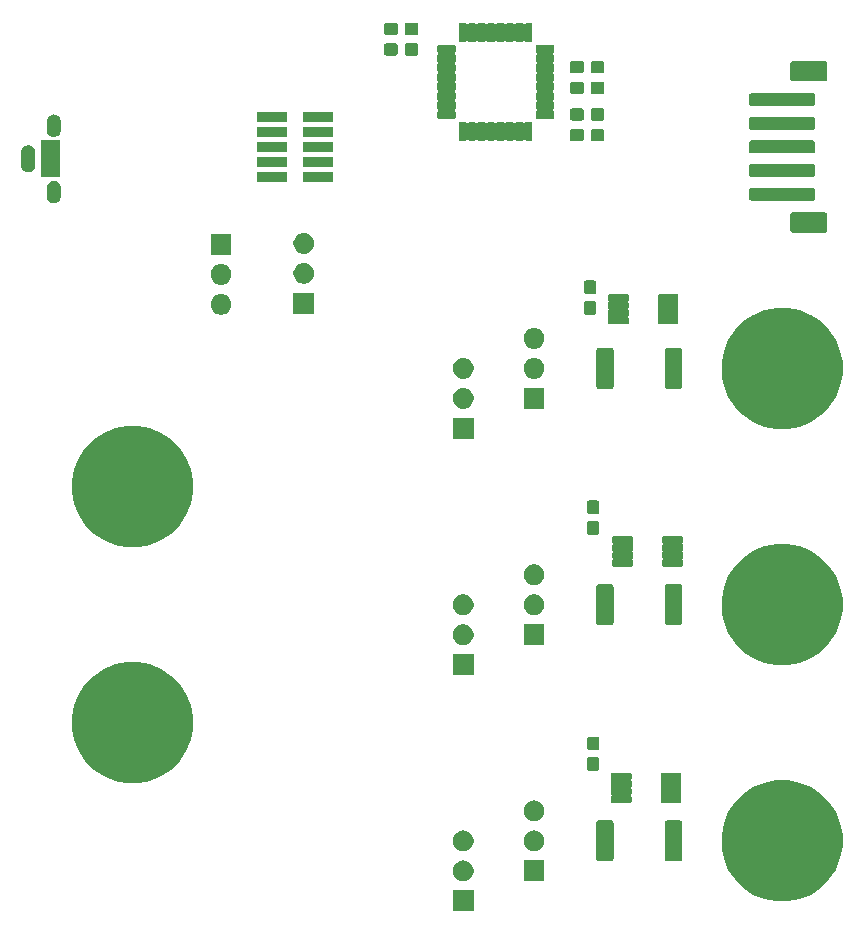
<source format=gbr>
%TF.GenerationSoftware,KiCad,Pcbnew,5.1.5+dfsg1-2build2*%
%TF.CreationDate,2020-12-26T23:47:44-08:00*%
%TF.ProjectId,motorcontroller,6d6f746f-7263-46f6-9e74-726f6c6c6572,rev?*%
%TF.SameCoordinates,Original*%
%TF.FileFunction,Soldermask,Top*%
%TF.FilePolarity,Negative*%
%FSLAX46Y46*%
G04 Gerber Fmt 4.6, Leading zero omitted, Abs format (unit mm)*
G04 Created by KiCad (PCBNEW 5.1.5+dfsg1-2build2) date 2020-12-26 23:47:44*
%MOMM*%
%LPD*%
G04 APERTURE LIST*
%ADD10C,0.100000*%
G04 APERTURE END LIST*
D10*
G36*
X88876500Y-145956500D02*
G01*
X87123500Y-145956500D01*
X87123500Y-144203500D01*
X88876500Y-144203500D01*
X88876500Y-145956500D01*
G37*
G36*
X115866761Y-134940887D02*
G01*
X116496658Y-135066181D01*
X117258770Y-135381859D01*
X117424813Y-135450636D01*
X117430440Y-135452967D01*
X118270822Y-136014492D01*
X118985508Y-136729178D01*
X119547033Y-137569560D01*
X119933819Y-138503342D01*
X119933819Y-138503344D01*
X120131000Y-139494639D01*
X120131000Y-140505361D01*
X120077018Y-140776745D01*
X119933819Y-141496658D01*
X119547033Y-142430440D01*
X118985508Y-143270822D01*
X118270822Y-143985508D01*
X117430440Y-144547033D01*
X116496658Y-144933819D01*
X116001008Y-145032410D01*
X115505361Y-145131000D01*
X114494639Y-145131000D01*
X113998992Y-145032410D01*
X113503342Y-144933819D01*
X112569560Y-144547033D01*
X111729178Y-143985508D01*
X111014492Y-143270822D01*
X110452967Y-142430440D01*
X110066181Y-141496658D01*
X109922982Y-140776745D01*
X109869000Y-140505361D01*
X109869000Y-139494639D01*
X110066181Y-138503344D01*
X110066181Y-138503342D01*
X110452967Y-137569560D01*
X111014492Y-136729178D01*
X111729178Y-136014492D01*
X112569560Y-135452967D01*
X112575188Y-135450636D01*
X112741230Y-135381859D01*
X113503342Y-135066181D01*
X114133239Y-134940887D01*
X114494639Y-134869000D01*
X115505361Y-134869000D01*
X115866761Y-134940887D01*
G37*
G36*
X88118348Y-141669869D02*
G01*
X88255666Y-141697183D01*
X88288933Y-141710963D01*
X88415177Y-141763255D01*
X88558736Y-141859178D01*
X88680822Y-141981264D01*
X88776745Y-142124823D01*
X88842817Y-142284335D01*
X88876500Y-142453671D01*
X88876500Y-142626329D01*
X88842817Y-142795665D01*
X88776745Y-142955177D01*
X88680822Y-143098736D01*
X88558736Y-143220822D01*
X88415177Y-143316745D01*
X88321738Y-143355449D01*
X88255666Y-143382817D01*
X88170997Y-143399658D01*
X88086329Y-143416500D01*
X87913671Y-143416500D01*
X87829003Y-143399658D01*
X87744334Y-143382817D01*
X87678262Y-143355449D01*
X87584823Y-143316745D01*
X87441264Y-143220822D01*
X87319178Y-143098736D01*
X87223255Y-142955177D01*
X87157183Y-142795665D01*
X87123500Y-142626329D01*
X87123500Y-142453671D01*
X87157183Y-142284335D01*
X87223255Y-142124823D01*
X87319178Y-141981264D01*
X87441264Y-141859178D01*
X87584823Y-141763255D01*
X87711067Y-141710963D01*
X87744334Y-141697183D01*
X87881652Y-141669869D01*
X87913671Y-141663500D01*
X88086329Y-141663500D01*
X88118348Y-141669869D01*
G37*
G36*
X94876500Y-143416500D02*
G01*
X93123500Y-143416500D01*
X93123500Y-141663500D01*
X94876500Y-141663500D01*
X94876500Y-143416500D01*
G37*
G36*
X106372798Y-138278247D02*
G01*
X106408367Y-138289037D01*
X106441139Y-138306554D01*
X106469869Y-138330131D01*
X106493446Y-138358861D01*
X106510963Y-138391633D01*
X106521753Y-138427202D01*
X106526000Y-138470325D01*
X106526000Y-141529675D01*
X106521753Y-141572798D01*
X106510963Y-141608367D01*
X106493446Y-141641139D01*
X106469869Y-141669869D01*
X106441139Y-141693446D01*
X106408367Y-141710963D01*
X106372798Y-141721753D01*
X106329675Y-141726000D01*
X105270325Y-141726000D01*
X105227202Y-141721753D01*
X105191633Y-141710963D01*
X105158861Y-141693446D01*
X105130131Y-141669869D01*
X105106554Y-141641139D01*
X105089037Y-141608367D01*
X105078247Y-141572798D01*
X105074000Y-141529675D01*
X105074000Y-138470325D01*
X105078247Y-138427202D01*
X105089037Y-138391633D01*
X105106554Y-138358861D01*
X105130131Y-138330131D01*
X105158861Y-138306554D01*
X105191633Y-138289037D01*
X105227202Y-138278247D01*
X105270325Y-138274000D01*
X106329675Y-138274000D01*
X106372798Y-138278247D01*
G37*
G36*
X100572798Y-138278247D02*
G01*
X100608367Y-138289037D01*
X100641139Y-138306554D01*
X100669869Y-138330131D01*
X100693446Y-138358861D01*
X100710963Y-138391633D01*
X100721753Y-138427202D01*
X100726000Y-138470325D01*
X100726000Y-141529675D01*
X100721753Y-141572798D01*
X100710963Y-141608367D01*
X100693446Y-141641139D01*
X100669869Y-141669869D01*
X100641139Y-141693446D01*
X100608367Y-141710963D01*
X100572798Y-141721753D01*
X100529675Y-141726000D01*
X99470325Y-141726000D01*
X99427202Y-141721753D01*
X99391633Y-141710963D01*
X99358861Y-141693446D01*
X99330131Y-141669869D01*
X99306554Y-141641139D01*
X99289037Y-141608367D01*
X99278247Y-141572798D01*
X99274000Y-141529675D01*
X99274000Y-138470325D01*
X99278247Y-138427202D01*
X99289037Y-138391633D01*
X99306554Y-138358861D01*
X99330131Y-138330131D01*
X99358861Y-138306554D01*
X99391633Y-138289037D01*
X99427202Y-138278247D01*
X99470325Y-138274000D01*
X100529675Y-138274000D01*
X100572798Y-138278247D01*
G37*
G36*
X94170997Y-139140342D02*
G01*
X94255666Y-139157183D01*
X94321738Y-139184551D01*
X94415177Y-139223255D01*
X94558736Y-139319178D01*
X94680822Y-139441264D01*
X94776745Y-139584823D01*
X94842817Y-139744335D01*
X94876500Y-139913671D01*
X94876500Y-140086329D01*
X94842817Y-140255665D01*
X94776745Y-140415177D01*
X94680822Y-140558736D01*
X94558736Y-140680822D01*
X94415177Y-140776745D01*
X94321738Y-140815449D01*
X94255666Y-140842817D01*
X94170997Y-140859659D01*
X94086329Y-140876500D01*
X93913671Y-140876500D01*
X93829003Y-140859659D01*
X93744334Y-140842817D01*
X93678262Y-140815449D01*
X93584823Y-140776745D01*
X93441264Y-140680822D01*
X93319178Y-140558736D01*
X93223255Y-140415177D01*
X93157183Y-140255665D01*
X93123500Y-140086329D01*
X93123500Y-139913671D01*
X93157183Y-139744335D01*
X93223255Y-139584823D01*
X93319178Y-139441264D01*
X93441264Y-139319178D01*
X93584823Y-139223255D01*
X93678262Y-139184551D01*
X93744334Y-139157183D01*
X93829003Y-139140342D01*
X93913671Y-139123500D01*
X94086329Y-139123500D01*
X94170997Y-139140342D01*
G37*
G36*
X88170997Y-139140342D02*
G01*
X88255666Y-139157183D01*
X88321738Y-139184551D01*
X88415177Y-139223255D01*
X88558736Y-139319178D01*
X88680822Y-139441264D01*
X88776745Y-139584823D01*
X88842817Y-139744335D01*
X88876500Y-139913671D01*
X88876500Y-140086329D01*
X88842817Y-140255665D01*
X88776745Y-140415177D01*
X88680822Y-140558736D01*
X88558736Y-140680822D01*
X88415177Y-140776745D01*
X88321738Y-140815449D01*
X88255666Y-140842817D01*
X88170997Y-140859659D01*
X88086329Y-140876500D01*
X87913671Y-140876500D01*
X87829003Y-140859659D01*
X87744334Y-140842817D01*
X87678262Y-140815449D01*
X87584823Y-140776745D01*
X87441264Y-140680822D01*
X87319178Y-140558736D01*
X87223255Y-140415177D01*
X87157183Y-140255665D01*
X87123500Y-140086329D01*
X87123500Y-139913671D01*
X87157183Y-139744335D01*
X87223255Y-139584823D01*
X87319178Y-139441264D01*
X87441264Y-139319178D01*
X87584823Y-139223255D01*
X87678262Y-139184551D01*
X87744334Y-139157183D01*
X87829003Y-139140342D01*
X87913671Y-139123500D01*
X88086329Y-139123500D01*
X88170997Y-139140342D01*
G37*
G36*
X94170997Y-136600342D02*
G01*
X94255666Y-136617183D01*
X94321738Y-136644551D01*
X94415177Y-136683255D01*
X94558736Y-136779178D01*
X94680822Y-136901264D01*
X94776745Y-137044823D01*
X94842817Y-137204335D01*
X94876500Y-137373671D01*
X94876500Y-137546329D01*
X94842817Y-137715665D01*
X94776745Y-137875177D01*
X94680822Y-138018736D01*
X94558736Y-138140822D01*
X94415177Y-138236745D01*
X94325235Y-138274000D01*
X94255666Y-138302817D01*
X94172719Y-138319316D01*
X94086329Y-138336500D01*
X93913671Y-138336500D01*
X93827281Y-138319316D01*
X93744334Y-138302817D01*
X93674765Y-138274000D01*
X93584823Y-138236745D01*
X93441264Y-138140822D01*
X93319178Y-138018736D01*
X93223255Y-137875177D01*
X93157183Y-137715665D01*
X93123500Y-137546329D01*
X93123500Y-137373671D01*
X93157183Y-137204335D01*
X93223255Y-137044823D01*
X93319178Y-136901264D01*
X93441264Y-136779178D01*
X93584823Y-136683255D01*
X93678262Y-136644551D01*
X93744334Y-136617183D01*
X93829003Y-136600342D01*
X93913671Y-136583500D01*
X94086329Y-136583500D01*
X94170997Y-136600342D01*
G37*
G36*
X102180051Y-134226284D02*
G01*
X102196443Y-134231257D01*
X102211555Y-134239334D01*
X102224798Y-134250202D01*
X102235666Y-134263445D01*
X102243743Y-134278557D01*
X102248716Y-134294949D01*
X102251000Y-134318141D01*
X102251000Y-134731859D01*
X102248716Y-134755051D01*
X102243742Y-134771446D01*
X102233249Y-134791078D01*
X102223872Y-134813717D01*
X102219092Y-134837750D01*
X102219092Y-134862254D01*
X102223873Y-134886287D01*
X102233249Y-134908922D01*
X102243742Y-134928554D01*
X102248716Y-134944949D01*
X102251000Y-134968141D01*
X102251000Y-135381859D01*
X102248716Y-135405051D01*
X102243742Y-135421446D01*
X102233249Y-135441078D01*
X102223872Y-135463717D01*
X102219092Y-135487750D01*
X102219092Y-135512254D01*
X102223873Y-135536287D01*
X102233249Y-135558922D01*
X102243742Y-135578554D01*
X102248716Y-135594949D01*
X102251000Y-135618141D01*
X102251000Y-136031859D01*
X102248716Y-136055051D01*
X102243742Y-136071446D01*
X102233249Y-136091078D01*
X102223872Y-136113717D01*
X102219092Y-136137750D01*
X102219092Y-136162254D01*
X102223873Y-136186287D01*
X102233249Y-136208922D01*
X102243742Y-136228554D01*
X102248716Y-136244949D01*
X102251000Y-136268141D01*
X102251000Y-136681859D01*
X102248716Y-136705051D01*
X102243743Y-136721443D01*
X102235666Y-136736555D01*
X102224798Y-136749798D01*
X102211555Y-136760666D01*
X102196443Y-136768743D01*
X102180051Y-136773716D01*
X102156859Y-136776000D01*
X100618141Y-136776000D01*
X100594949Y-136773716D01*
X100578557Y-136768743D01*
X100563445Y-136760666D01*
X100550202Y-136749798D01*
X100539334Y-136736555D01*
X100531257Y-136721443D01*
X100526284Y-136705051D01*
X100524000Y-136681859D01*
X100524000Y-136268141D01*
X100526284Y-136244949D01*
X100531258Y-136228554D01*
X100541751Y-136208922D01*
X100551128Y-136186283D01*
X100555908Y-136162250D01*
X100555908Y-136137746D01*
X100551127Y-136113713D01*
X100541751Y-136091078D01*
X100531258Y-136071446D01*
X100526284Y-136055051D01*
X100524000Y-136031859D01*
X100524000Y-135618141D01*
X100526284Y-135594949D01*
X100531258Y-135578554D01*
X100541751Y-135558922D01*
X100551128Y-135536283D01*
X100555908Y-135512250D01*
X100555908Y-135487746D01*
X100551127Y-135463713D01*
X100541751Y-135441078D01*
X100531258Y-135421446D01*
X100526284Y-135405051D01*
X100524000Y-135381859D01*
X100524000Y-134968141D01*
X100526284Y-134944949D01*
X100531258Y-134928554D01*
X100541751Y-134908922D01*
X100551128Y-134886283D01*
X100555908Y-134862250D01*
X100555908Y-134837746D01*
X100551127Y-134813713D01*
X100541751Y-134791078D01*
X100531258Y-134771446D01*
X100526284Y-134755051D01*
X100524000Y-134731859D01*
X100524000Y-134318141D01*
X100526284Y-134294949D01*
X100531257Y-134278557D01*
X100539334Y-134263445D01*
X100550202Y-134250202D01*
X100563445Y-134239334D01*
X100578557Y-134231257D01*
X100594949Y-134226284D01*
X100618141Y-134224000D01*
X102156859Y-134224000D01*
X102180051Y-134226284D01*
G37*
G36*
X106405051Y-134226284D02*
G01*
X106421443Y-134231257D01*
X106436555Y-134239334D01*
X106449798Y-134250202D01*
X106460666Y-134263445D01*
X106468743Y-134278557D01*
X106473716Y-134294949D01*
X106476000Y-134318141D01*
X106476000Y-134731859D01*
X106473716Y-134755051D01*
X106468742Y-134771446D01*
X106458249Y-134791078D01*
X106448872Y-134813717D01*
X106444092Y-134837750D01*
X106444092Y-134862254D01*
X106448873Y-134886287D01*
X106458249Y-134908922D01*
X106468742Y-134928554D01*
X106473716Y-134944949D01*
X106476000Y-134968141D01*
X106476000Y-135381859D01*
X106473716Y-135405051D01*
X106468742Y-135421446D01*
X106458249Y-135441078D01*
X106448872Y-135463717D01*
X106444092Y-135487750D01*
X106444092Y-135512254D01*
X106448873Y-135536287D01*
X106458249Y-135558922D01*
X106468742Y-135578554D01*
X106473716Y-135594949D01*
X106476000Y-135618141D01*
X106476000Y-136031859D01*
X106473716Y-136055051D01*
X106468742Y-136071446D01*
X106458249Y-136091078D01*
X106448872Y-136113717D01*
X106444092Y-136137750D01*
X106444092Y-136162254D01*
X106448873Y-136186287D01*
X106458249Y-136208922D01*
X106468742Y-136228554D01*
X106473716Y-136244949D01*
X106476000Y-136268141D01*
X106476000Y-136681859D01*
X106473716Y-136705051D01*
X106468743Y-136721443D01*
X106460666Y-136736555D01*
X106449798Y-136749798D01*
X106436555Y-136760666D01*
X106421443Y-136768743D01*
X106405051Y-136773716D01*
X106381859Y-136776000D01*
X104843141Y-136776000D01*
X104819949Y-136773716D01*
X104803557Y-136768743D01*
X104788445Y-136760666D01*
X104775202Y-136749798D01*
X104764334Y-136736555D01*
X104756257Y-136721443D01*
X104751284Y-136705051D01*
X104749000Y-136681859D01*
X104749000Y-136268141D01*
X104751284Y-136244949D01*
X104756258Y-136228554D01*
X104766751Y-136208922D01*
X104776128Y-136186283D01*
X104780908Y-136162250D01*
X104780908Y-136137746D01*
X104776127Y-136113713D01*
X104766751Y-136091078D01*
X104756258Y-136071446D01*
X104751284Y-136055051D01*
X104749000Y-136031859D01*
X104749000Y-135618141D01*
X104751284Y-135594949D01*
X104756258Y-135578554D01*
X104766751Y-135558922D01*
X104776128Y-135536283D01*
X104780908Y-135512250D01*
X104780908Y-135487746D01*
X104776127Y-135463713D01*
X104766751Y-135441078D01*
X104756258Y-135421446D01*
X104751284Y-135405051D01*
X104749000Y-135381859D01*
X104749000Y-134968141D01*
X104751284Y-134944949D01*
X104756258Y-134928554D01*
X104766751Y-134908922D01*
X104776128Y-134886283D01*
X104780908Y-134862250D01*
X104780908Y-134837746D01*
X104776127Y-134813713D01*
X104766751Y-134791078D01*
X104756258Y-134771446D01*
X104751284Y-134755051D01*
X104749000Y-134731859D01*
X104749000Y-134318141D01*
X104751284Y-134294949D01*
X104756257Y-134278557D01*
X104764334Y-134263445D01*
X104775202Y-134250202D01*
X104788445Y-134239334D01*
X104803557Y-134231257D01*
X104819949Y-134226284D01*
X104843141Y-134224000D01*
X106381859Y-134224000D01*
X106405051Y-134226284D01*
G37*
G36*
X61001008Y-124967590D02*
G01*
X61496658Y-125066181D01*
X62430440Y-125452967D01*
X63270822Y-126014492D01*
X63985508Y-126729178D01*
X64547033Y-127569560D01*
X64933819Y-128503342D01*
X65131000Y-129494641D01*
X65131000Y-130505359D01*
X64933819Y-131496658D01*
X64547033Y-132430440D01*
X63985508Y-133270822D01*
X63270822Y-133985508D01*
X62430440Y-134547033D01*
X61496658Y-134933819D01*
X61040772Y-135024500D01*
X60505361Y-135131000D01*
X59494639Y-135131000D01*
X58959228Y-135024500D01*
X58503342Y-134933819D01*
X57569560Y-134547033D01*
X56729178Y-133985508D01*
X56014492Y-133270822D01*
X55452967Y-132430440D01*
X55066181Y-131496658D01*
X54869000Y-130505359D01*
X54869000Y-129494641D01*
X55066181Y-128503342D01*
X55452967Y-127569560D01*
X56014492Y-126729178D01*
X56729178Y-126014492D01*
X57569560Y-125452967D01*
X58503342Y-125066181D01*
X58998992Y-124967590D01*
X59494639Y-124869000D01*
X60505361Y-124869000D01*
X61001008Y-124967590D01*
G37*
G36*
X99364499Y-132928445D02*
G01*
X99401995Y-132939820D01*
X99436554Y-132958292D01*
X99466847Y-132983153D01*
X99491708Y-133013446D01*
X99510180Y-133048005D01*
X99521555Y-133085501D01*
X99526000Y-133130638D01*
X99526000Y-133869362D01*
X99521555Y-133914499D01*
X99510180Y-133951995D01*
X99491708Y-133986554D01*
X99466847Y-134016847D01*
X99436554Y-134041708D01*
X99401995Y-134060180D01*
X99364499Y-134071555D01*
X99319362Y-134076000D01*
X98680638Y-134076000D01*
X98635501Y-134071555D01*
X98598005Y-134060180D01*
X98563446Y-134041708D01*
X98533153Y-134016847D01*
X98508292Y-133986554D01*
X98489820Y-133951995D01*
X98478445Y-133914499D01*
X98474000Y-133869362D01*
X98474000Y-133130638D01*
X98478445Y-133085501D01*
X98489820Y-133048005D01*
X98508292Y-133013446D01*
X98533153Y-132983153D01*
X98563446Y-132958292D01*
X98598005Y-132939820D01*
X98635501Y-132928445D01*
X98680638Y-132924000D01*
X99319362Y-132924000D01*
X99364499Y-132928445D01*
G37*
G36*
X99364499Y-131178445D02*
G01*
X99401995Y-131189820D01*
X99436554Y-131208292D01*
X99466847Y-131233153D01*
X99491708Y-131263446D01*
X99510180Y-131298005D01*
X99521555Y-131335501D01*
X99526000Y-131380638D01*
X99526000Y-132119362D01*
X99521555Y-132164499D01*
X99510180Y-132201995D01*
X99491708Y-132236554D01*
X99466847Y-132266847D01*
X99436554Y-132291708D01*
X99401995Y-132310180D01*
X99364499Y-132321555D01*
X99319362Y-132326000D01*
X98680638Y-132326000D01*
X98635501Y-132321555D01*
X98598005Y-132310180D01*
X98563446Y-132291708D01*
X98533153Y-132266847D01*
X98508292Y-132236554D01*
X98489820Y-132201995D01*
X98478445Y-132164499D01*
X98474000Y-132119362D01*
X98474000Y-131380638D01*
X98478445Y-131335501D01*
X98489820Y-131298005D01*
X98508292Y-131263446D01*
X98533153Y-131233153D01*
X98563446Y-131208292D01*
X98598005Y-131189820D01*
X98635501Y-131178445D01*
X98680638Y-131174000D01*
X99319362Y-131174000D01*
X99364499Y-131178445D01*
G37*
G36*
X88876500Y-125956500D02*
G01*
X87123500Y-125956500D01*
X87123500Y-124203500D01*
X88876500Y-124203500D01*
X88876500Y-125956500D01*
G37*
G36*
X115866761Y-114940887D02*
G01*
X116496658Y-115066181D01*
X117258770Y-115381859D01*
X117424813Y-115450636D01*
X117430440Y-115452967D01*
X118270822Y-116014492D01*
X118985508Y-116729178D01*
X119547033Y-117569560D01*
X119933819Y-118503342D01*
X119933819Y-118503344D01*
X120131000Y-119494639D01*
X120131000Y-120505361D01*
X120077018Y-120776745D01*
X119933819Y-121496658D01*
X119547033Y-122430440D01*
X118985508Y-123270822D01*
X118270822Y-123985508D01*
X117430440Y-124547033D01*
X116496658Y-124933819D01*
X116001008Y-125032410D01*
X115505361Y-125131000D01*
X114494639Y-125131000D01*
X113998992Y-125032410D01*
X113503342Y-124933819D01*
X112569560Y-124547033D01*
X111729178Y-123985508D01*
X111014492Y-123270822D01*
X110452967Y-122430440D01*
X110066181Y-121496658D01*
X109922982Y-120776745D01*
X109869000Y-120505361D01*
X109869000Y-119494639D01*
X110066181Y-118503344D01*
X110066181Y-118503342D01*
X110452967Y-117569560D01*
X111014492Y-116729178D01*
X111729178Y-116014492D01*
X112569560Y-115452967D01*
X112575188Y-115450636D01*
X112741230Y-115381859D01*
X113503342Y-115066181D01*
X114133239Y-114940887D01*
X114494639Y-114869000D01*
X115505361Y-114869000D01*
X115866761Y-114940887D01*
G37*
G36*
X94876500Y-123416500D02*
G01*
X93123500Y-123416500D01*
X93123500Y-121663500D01*
X94876500Y-121663500D01*
X94876500Y-123416500D01*
G37*
G36*
X88118348Y-121669869D02*
G01*
X88255666Y-121697183D01*
X88288933Y-121710963D01*
X88415177Y-121763255D01*
X88558736Y-121859178D01*
X88680822Y-121981264D01*
X88776745Y-122124823D01*
X88842817Y-122284335D01*
X88876500Y-122453671D01*
X88876500Y-122626329D01*
X88842817Y-122795665D01*
X88776745Y-122955177D01*
X88680822Y-123098736D01*
X88558736Y-123220822D01*
X88415177Y-123316745D01*
X88321738Y-123355449D01*
X88255666Y-123382817D01*
X88170997Y-123399659D01*
X88086329Y-123416500D01*
X87913671Y-123416500D01*
X87829003Y-123399659D01*
X87744334Y-123382817D01*
X87678262Y-123355449D01*
X87584823Y-123316745D01*
X87441264Y-123220822D01*
X87319178Y-123098736D01*
X87223255Y-122955177D01*
X87157183Y-122795665D01*
X87123500Y-122626329D01*
X87123500Y-122453671D01*
X87157183Y-122284335D01*
X87223255Y-122124823D01*
X87319178Y-121981264D01*
X87441264Y-121859178D01*
X87584823Y-121763255D01*
X87711067Y-121710963D01*
X87744334Y-121697183D01*
X87881652Y-121669869D01*
X87913671Y-121663500D01*
X88086329Y-121663500D01*
X88118348Y-121669869D01*
G37*
G36*
X106372798Y-118278247D02*
G01*
X106408367Y-118289037D01*
X106441139Y-118306554D01*
X106469869Y-118330131D01*
X106493446Y-118358861D01*
X106510963Y-118391633D01*
X106521753Y-118427202D01*
X106526000Y-118470325D01*
X106526000Y-121529675D01*
X106521753Y-121572798D01*
X106510963Y-121608367D01*
X106493446Y-121641139D01*
X106469869Y-121669869D01*
X106441139Y-121693446D01*
X106408367Y-121710963D01*
X106372798Y-121721753D01*
X106329675Y-121726000D01*
X105270325Y-121726000D01*
X105227202Y-121721753D01*
X105191633Y-121710963D01*
X105158861Y-121693446D01*
X105130131Y-121669869D01*
X105106554Y-121641139D01*
X105089037Y-121608367D01*
X105078247Y-121572798D01*
X105074000Y-121529675D01*
X105074000Y-118470325D01*
X105078247Y-118427202D01*
X105089037Y-118391633D01*
X105106554Y-118358861D01*
X105130131Y-118330131D01*
X105158861Y-118306554D01*
X105191633Y-118289037D01*
X105227202Y-118278247D01*
X105270325Y-118274000D01*
X106329675Y-118274000D01*
X106372798Y-118278247D01*
G37*
G36*
X100572798Y-118278247D02*
G01*
X100608367Y-118289037D01*
X100641139Y-118306554D01*
X100669869Y-118330131D01*
X100693446Y-118358861D01*
X100710963Y-118391633D01*
X100721753Y-118427202D01*
X100726000Y-118470325D01*
X100726000Y-121529675D01*
X100721753Y-121572798D01*
X100710963Y-121608367D01*
X100693446Y-121641139D01*
X100669869Y-121669869D01*
X100641139Y-121693446D01*
X100608367Y-121710963D01*
X100572798Y-121721753D01*
X100529675Y-121726000D01*
X99470325Y-121726000D01*
X99427202Y-121721753D01*
X99391633Y-121710963D01*
X99358861Y-121693446D01*
X99330131Y-121669869D01*
X99306554Y-121641139D01*
X99289037Y-121608367D01*
X99278247Y-121572798D01*
X99274000Y-121529675D01*
X99274000Y-118470325D01*
X99278247Y-118427202D01*
X99289037Y-118391633D01*
X99306554Y-118358861D01*
X99330131Y-118330131D01*
X99358861Y-118306554D01*
X99391633Y-118289037D01*
X99427202Y-118278247D01*
X99470325Y-118274000D01*
X100529675Y-118274000D01*
X100572798Y-118278247D01*
G37*
G36*
X94170997Y-119140341D02*
G01*
X94255666Y-119157183D01*
X94321738Y-119184551D01*
X94415177Y-119223255D01*
X94558736Y-119319178D01*
X94680822Y-119441264D01*
X94776745Y-119584823D01*
X94842817Y-119744335D01*
X94876500Y-119913671D01*
X94876500Y-120086329D01*
X94842817Y-120255665D01*
X94776745Y-120415177D01*
X94680822Y-120558736D01*
X94558736Y-120680822D01*
X94415177Y-120776745D01*
X94321738Y-120815449D01*
X94255666Y-120842817D01*
X94170997Y-120859659D01*
X94086329Y-120876500D01*
X93913671Y-120876500D01*
X93829003Y-120859659D01*
X93744334Y-120842817D01*
X93678262Y-120815449D01*
X93584823Y-120776745D01*
X93441264Y-120680822D01*
X93319178Y-120558736D01*
X93223255Y-120415177D01*
X93157183Y-120255665D01*
X93123500Y-120086329D01*
X93123500Y-119913671D01*
X93157183Y-119744335D01*
X93223255Y-119584823D01*
X93319178Y-119441264D01*
X93441264Y-119319178D01*
X93584823Y-119223255D01*
X93678262Y-119184551D01*
X93744334Y-119157183D01*
X93829003Y-119140341D01*
X93913671Y-119123500D01*
X94086329Y-119123500D01*
X94170997Y-119140341D01*
G37*
G36*
X88170997Y-119140341D02*
G01*
X88255666Y-119157183D01*
X88321738Y-119184551D01*
X88415177Y-119223255D01*
X88558736Y-119319178D01*
X88680822Y-119441264D01*
X88776745Y-119584823D01*
X88842817Y-119744335D01*
X88876500Y-119913671D01*
X88876500Y-120086329D01*
X88842817Y-120255665D01*
X88776745Y-120415177D01*
X88680822Y-120558736D01*
X88558736Y-120680822D01*
X88415177Y-120776745D01*
X88321738Y-120815449D01*
X88255666Y-120842817D01*
X88170997Y-120859659D01*
X88086329Y-120876500D01*
X87913671Y-120876500D01*
X87829003Y-120859659D01*
X87744334Y-120842817D01*
X87678262Y-120815449D01*
X87584823Y-120776745D01*
X87441264Y-120680822D01*
X87319178Y-120558736D01*
X87223255Y-120415177D01*
X87157183Y-120255665D01*
X87123500Y-120086329D01*
X87123500Y-119913671D01*
X87157183Y-119744335D01*
X87223255Y-119584823D01*
X87319178Y-119441264D01*
X87441264Y-119319178D01*
X87584823Y-119223255D01*
X87678262Y-119184551D01*
X87744334Y-119157183D01*
X87829003Y-119140341D01*
X87913671Y-119123500D01*
X88086329Y-119123500D01*
X88170997Y-119140341D01*
G37*
G36*
X94170997Y-116600341D02*
G01*
X94255666Y-116617183D01*
X94321738Y-116644551D01*
X94415177Y-116683255D01*
X94558736Y-116779178D01*
X94680822Y-116901264D01*
X94776745Y-117044823D01*
X94842817Y-117204335D01*
X94876500Y-117373671D01*
X94876500Y-117546329D01*
X94842817Y-117715665D01*
X94776745Y-117875177D01*
X94680822Y-118018736D01*
X94558736Y-118140822D01*
X94415177Y-118236745D01*
X94325235Y-118274000D01*
X94255666Y-118302817D01*
X94172719Y-118319316D01*
X94086329Y-118336500D01*
X93913671Y-118336500D01*
X93827281Y-118319316D01*
X93744334Y-118302817D01*
X93674765Y-118274000D01*
X93584823Y-118236745D01*
X93441264Y-118140822D01*
X93319178Y-118018736D01*
X93223255Y-117875177D01*
X93157183Y-117715665D01*
X93123500Y-117546329D01*
X93123500Y-117373671D01*
X93157183Y-117204335D01*
X93223255Y-117044823D01*
X93319178Y-116901264D01*
X93441264Y-116779178D01*
X93584823Y-116683255D01*
X93678262Y-116644551D01*
X93744334Y-116617183D01*
X93829003Y-116600341D01*
X93913671Y-116583500D01*
X94086329Y-116583500D01*
X94170997Y-116600341D01*
G37*
G36*
X102292551Y-114226284D02*
G01*
X102308943Y-114231257D01*
X102324055Y-114239334D01*
X102337298Y-114250202D01*
X102348166Y-114263445D01*
X102356243Y-114278557D01*
X102361216Y-114294949D01*
X102363500Y-114318141D01*
X102363500Y-114731859D01*
X102361216Y-114755051D01*
X102356242Y-114771446D01*
X102345749Y-114791078D01*
X102336372Y-114813717D01*
X102331592Y-114837750D01*
X102331592Y-114862254D01*
X102336373Y-114886287D01*
X102345749Y-114908922D01*
X102356242Y-114928554D01*
X102361216Y-114944949D01*
X102363500Y-114968141D01*
X102363500Y-115381859D01*
X102361216Y-115405051D01*
X102356242Y-115421446D01*
X102345749Y-115441078D01*
X102336372Y-115463717D01*
X102331592Y-115487750D01*
X102331592Y-115512254D01*
X102336373Y-115536287D01*
X102345749Y-115558922D01*
X102356242Y-115578554D01*
X102361216Y-115594949D01*
X102363500Y-115618141D01*
X102363500Y-116031859D01*
X102361216Y-116055051D01*
X102356242Y-116071446D01*
X102345749Y-116091078D01*
X102336372Y-116113717D01*
X102331592Y-116137750D01*
X102331592Y-116162254D01*
X102336373Y-116186287D01*
X102345749Y-116208922D01*
X102356242Y-116228554D01*
X102361216Y-116244949D01*
X102363500Y-116268141D01*
X102363500Y-116681859D01*
X102361216Y-116705051D01*
X102356243Y-116721443D01*
X102348166Y-116736555D01*
X102337298Y-116749798D01*
X102324055Y-116760666D01*
X102308943Y-116768743D01*
X102292551Y-116773716D01*
X102269359Y-116776000D01*
X100730641Y-116776000D01*
X100707449Y-116773716D01*
X100691057Y-116768743D01*
X100675945Y-116760666D01*
X100662702Y-116749798D01*
X100651834Y-116736555D01*
X100643757Y-116721443D01*
X100638784Y-116705051D01*
X100636500Y-116681859D01*
X100636500Y-116268141D01*
X100638784Y-116244949D01*
X100643758Y-116228554D01*
X100654251Y-116208922D01*
X100663628Y-116186283D01*
X100668408Y-116162250D01*
X100668408Y-116137746D01*
X100663627Y-116113713D01*
X100654251Y-116091078D01*
X100643758Y-116071446D01*
X100638784Y-116055051D01*
X100636500Y-116031859D01*
X100636500Y-115618141D01*
X100638784Y-115594949D01*
X100643758Y-115578554D01*
X100654251Y-115558922D01*
X100663628Y-115536283D01*
X100668408Y-115512250D01*
X100668408Y-115487746D01*
X100663627Y-115463713D01*
X100654251Y-115441078D01*
X100643758Y-115421446D01*
X100638784Y-115405051D01*
X100636500Y-115381859D01*
X100636500Y-114968141D01*
X100638784Y-114944949D01*
X100643758Y-114928554D01*
X100654251Y-114908922D01*
X100663628Y-114886283D01*
X100668408Y-114862250D01*
X100668408Y-114837746D01*
X100663627Y-114813713D01*
X100654251Y-114791078D01*
X100643758Y-114771446D01*
X100638784Y-114755051D01*
X100636500Y-114731859D01*
X100636500Y-114318141D01*
X100638784Y-114294949D01*
X100643757Y-114278557D01*
X100651834Y-114263445D01*
X100662702Y-114250202D01*
X100675945Y-114239334D01*
X100691057Y-114231257D01*
X100707449Y-114226284D01*
X100730641Y-114224000D01*
X102269359Y-114224000D01*
X102292551Y-114226284D01*
G37*
G36*
X106517551Y-114226284D02*
G01*
X106533943Y-114231257D01*
X106549055Y-114239334D01*
X106562298Y-114250202D01*
X106573166Y-114263445D01*
X106581243Y-114278557D01*
X106586216Y-114294949D01*
X106588500Y-114318141D01*
X106588500Y-114731859D01*
X106586216Y-114755051D01*
X106581242Y-114771446D01*
X106570749Y-114791078D01*
X106561372Y-114813717D01*
X106556592Y-114837750D01*
X106556592Y-114862254D01*
X106561373Y-114886287D01*
X106570749Y-114908922D01*
X106581242Y-114928554D01*
X106586216Y-114944949D01*
X106588500Y-114968141D01*
X106588500Y-115381859D01*
X106586216Y-115405051D01*
X106581242Y-115421446D01*
X106570749Y-115441078D01*
X106561372Y-115463717D01*
X106556592Y-115487750D01*
X106556592Y-115512254D01*
X106561373Y-115536287D01*
X106570749Y-115558922D01*
X106581242Y-115578554D01*
X106586216Y-115594949D01*
X106588500Y-115618141D01*
X106588500Y-116031859D01*
X106586216Y-116055051D01*
X106581242Y-116071446D01*
X106570749Y-116091078D01*
X106561372Y-116113717D01*
X106556592Y-116137750D01*
X106556592Y-116162254D01*
X106561373Y-116186287D01*
X106570749Y-116208922D01*
X106581242Y-116228554D01*
X106586216Y-116244949D01*
X106588500Y-116268141D01*
X106588500Y-116681859D01*
X106586216Y-116705051D01*
X106581243Y-116721443D01*
X106573166Y-116736555D01*
X106562298Y-116749798D01*
X106549055Y-116760666D01*
X106533943Y-116768743D01*
X106517551Y-116773716D01*
X106494359Y-116776000D01*
X104955641Y-116776000D01*
X104932449Y-116773716D01*
X104916057Y-116768743D01*
X104900945Y-116760666D01*
X104887702Y-116749798D01*
X104876834Y-116736555D01*
X104868757Y-116721443D01*
X104863784Y-116705051D01*
X104861500Y-116681859D01*
X104861500Y-116268141D01*
X104863784Y-116244949D01*
X104868758Y-116228554D01*
X104879251Y-116208922D01*
X104888628Y-116186283D01*
X104893408Y-116162250D01*
X104893408Y-116137746D01*
X104888627Y-116113713D01*
X104879251Y-116091078D01*
X104868758Y-116071446D01*
X104863784Y-116055051D01*
X104861500Y-116031859D01*
X104861500Y-115618141D01*
X104863784Y-115594949D01*
X104868758Y-115578554D01*
X104879251Y-115558922D01*
X104888628Y-115536283D01*
X104893408Y-115512250D01*
X104893408Y-115487746D01*
X104888627Y-115463713D01*
X104879251Y-115441078D01*
X104868758Y-115421446D01*
X104863784Y-115405051D01*
X104861500Y-115381859D01*
X104861500Y-114968141D01*
X104863784Y-114944949D01*
X104868758Y-114928554D01*
X104879251Y-114908922D01*
X104888628Y-114886283D01*
X104893408Y-114862250D01*
X104893408Y-114837746D01*
X104888627Y-114813713D01*
X104879251Y-114791078D01*
X104868758Y-114771446D01*
X104863784Y-114755051D01*
X104861500Y-114731859D01*
X104861500Y-114318141D01*
X104863784Y-114294949D01*
X104868757Y-114278557D01*
X104876834Y-114263445D01*
X104887702Y-114250202D01*
X104900945Y-114239334D01*
X104916057Y-114231257D01*
X104932449Y-114226284D01*
X104955641Y-114224000D01*
X106494359Y-114224000D01*
X106517551Y-114226284D01*
G37*
G36*
X61001009Y-104967591D02*
G01*
X61496658Y-105066181D01*
X62430440Y-105452967D01*
X63270822Y-106014492D01*
X63985508Y-106729178D01*
X64547033Y-107569560D01*
X64933819Y-108503342D01*
X65131000Y-109494641D01*
X65131000Y-110505359D01*
X64933819Y-111496658D01*
X64547033Y-112430440D01*
X63985508Y-113270822D01*
X63270822Y-113985508D01*
X62430440Y-114547033D01*
X61496658Y-114933819D01*
X61040772Y-115024500D01*
X60505361Y-115131000D01*
X59494639Y-115131000D01*
X58959228Y-115024500D01*
X58503342Y-114933819D01*
X57569560Y-114547033D01*
X56729178Y-113985508D01*
X56014492Y-113270822D01*
X55452967Y-112430440D01*
X55066181Y-111496658D01*
X54869000Y-110505359D01*
X54869000Y-109494641D01*
X55066181Y-108503342D01*
X55452967Y-107569560D01*
X56014492Y-106729178D01*
X56729178Y-106014492D01*
X57569560Y-105452967D01*
X58503342Y-105066181D01*
X58998991Y-104967591D01*
X59494639Y-104869000D01*
X60505361Y-104869000D01*
X61001009Y-104967591D01*
G37*
G36*
X99364499Y-112928445D02*
G01*
X99401995Y-112939820D01*
X99436554Y-112958292D01*
X99466847Y-112983153D01*
X99491708Y-113013446D01*
X99510180Y-113048005D01*
X99521555Y-113085501D01*
X99526000Y-113130638D01*
X99526000Y-113869362D01*
X99521555Y-113914499D01*
X99510180Y-113951995D01*
X99491708Y-113986554D01*
X99466847Y-114016847D01*
X99436554Y-114041708D01*
X99401995Y-114060180D01*
X99364499Y-114071555D01*
X99319362Y-114076000D01*
X98680638Y-114076000D01*
X98635501Y-114071555D01*
X98598005Y-114060180D01*
X98563446Y-114041708D01*
X98533153Y-114016847D01*
X98508292Y-113986554D01*
X98489820Y-113951995D01*
X98478445Y-113914499D01*
X98474000Y-113869362D01*
X98474000Y-113130638D01*
X98478445Y-113085501D01*
X98489820Y-113048005D01*
X98508292Y-113013446D01*
X98533153Y-112983153D01*
X98563446Y-112958292D01*
X98598005Y-112939820D01*
X98635501Y-112928445D01*
X98680638Y-112924000D01*
X99319362Y-112924000D01*
X99364499Y-112928445D01*
G37*
G36*
X99364499Y-111178445D02*
G01*
X99401995Y-111189820D01*
X99436554Y-111208292D01*
X99466847Y-111233153D01*
X99491708Y-111263446D01*
X99510180Y-111298005D01*
X99521555Y-111335501D01*
X99526000Y-111380638D01*
X99526000Y-112119362D01*
X99521555Y-112164499D01*
X99510180Y-112201995D01*
X99491708Y-112236554D01*
X99466847Y-112266847D01*
X99436554Y-112291708D01*
X99401995Y-112310180D01*
X99364499Y-112321555D01*
X99319362Y-112326000D01*
X98680638Y-112326000D01*
X98635501Y-112321555D01*
X98598005Y-112310180D01*
X98563446Y-112291708D01*
X98533153Y-112266847D01*
X98508292Y-112236554D01*
X98489820Y-112201995D01*
X98478445Y-112164499D01*
X98474000Y-112119362D01*
X98474000Y-111380638D01*
X98478445Y-111335501D01*
X98489820Y-111298005D01*
X98508292Y-111263446D01*
X98533153Y-111233153D01*
X98563446Y-111208292D01*
X98598005Y-111189820D01*
X98635501Y-111178445D01*
X98680638Y-111174000D01*
X99319362Y-111174000D01*
X99364499Y-111178445D01*
G37*
G36*
X88876500Y-105956500D02*
G01*
X87123500Y-105956500D01*
X87123500Y-104203500D01*
X88876500Y-104203500D01*
X88876500Y-105956500D01*
G37*
G36*
X115981515Y-94963713D02*
G01*
X116496658Y-95066181D01*
X117198140Y-95356745D01*
X117425692Y-95451000D01*
X117430440Y-95452967D01*
X118270822Y-96014492D01*
X118985508Y-96729178D01*
X119547033Y-97569560D01*
X119933819Y-98503342D01*
X119933819Y-98503344D01*
X120131000Y-99494639D01*
X120131000Y-100505361D01*
X120077018Y-100776745D01*
X119933819Y-101496658D01*
X119547033Y-102430440D01*
X118985508Y-103270822D01*
X118270822Y-103985508D01*
X117430440Y-104547033D01*
X116496658Y-104933819D01*
X116001009Y-105032409D01*
X115505361Y-105131000D01*
X114494639Y-105131000D01*
X113998991Y-105032409D01*
X113503342Y-104933819D01*
X112569560Y-104547033D01*
X111729178Y-103985508D01*
X111014492Y-103270822D01*
X110452967Y-102430440D01*
X110066181Y-101496658D01*
X109922982Y-100776745D01*
X109869000Y-100505361D01*
X109869000Y-99494639D01*
X110066181Y-98503344D01*
X110066181Y-98503342D01*
X110452967Y-97569560D01*
X111014492Y-96729178D01*
X111729178Y-96014492D01*
X112569560Y-95452967D01*
X112574309Y-95451000D01*
X112801860Y-95356745D01*
X113503342Y-95066181D01*
X114018485Y-94963713D01*
X114494639Y-94869000D01*
X115505361Y-94869000D01*
X115981515Y-94963713D01*
G37*
G36*
X94876500Y-103416500D02*
G01*
X93123500Y-103416500D01*
X93123500Y-101663500D01*
X94876500Y-101663500D01*
X94876500Y-103416500D01*
G37*
G36*
X88118348Y-101669869D02*
G01*
X88255666Y-101697183D01*
X88288933Y-101710963D01*
X88415177Y-101763255D01*
X88558736Y-101859178D01*
X88680822Y-101981264D01*
X88776745Y-102124823D01*
X88842817Y-102284335D01*
X88876500Y-102453671D01*
X88876500Y-102626329D01*
X88842817Y-102795665D01*
X88776745Y-102955177D01*
X88680822Y-103098736D01*
X88558736Y-103220822D01*
X88415177Y-103316745D01*
X88321738Y-103355449D01*
X88255666Y-103382817D01*
X88170997Y-103399659D01*
X88086329Y-103416500D01*
X87913671Y-103416500D01*
X87829003Y-103399659D01*
X87744334Y-103382817D01*
X87678262Y-103355449D01*
X87584823Y-103316745D01*
X87441264Y-103220822D01*
X87319178Y-103098736D01*
X87223255Y-102955177D01*
X87157183Y-102795665D01*
X87123500Y-102626329D01*
X87123500Y-102453671D01*
X87157183Y-102284335D01*
X87223255Y-102124823D01*
X87319178Y-101981264D01*
X87441264Y-101859178D01*
X87584823Y-101763255D01*
X87711067Y-101710963D01*
X87744334Y-101697183D01*
X87881652Y-101669869D01*
X87913671Y-101663500D01*
X88086329Y-101663500D01*
X88118348Y-101669869D01*
G37*
G36*
X100572798Y-98278247D02*
G01*
X100608367Y-98289037D01*
X100641139Y-98306554D01*
X100669869Y-98330131D01*
X100693446Y-98358861D01*
X100710963Y-98391633D01*
X100721753Y-98427202D01*
X100726000Y-98470325D01*
X100726000Y-101529675D01*
X100721753Y-101572798D01*
X100710963Y-101608367D01*
X100693446Y-101641139D01*
X100669869Y-101669869D01*
X100641139Y-101693446D01*
X100608367Y-101710963D01*
X100572798Y-101721753D01*
X100529675Y-101726000D01*
X99470325Y-101726000D01*
X99427202Y-101721753D01*
X99391633Y-101710963D01*
X99358861Y-101693446D01*
X99330131Y-101669869D01*
X99306554Y-101641139D01*
X99289037Y-101608367D01*
X99278247Y-101572798D01*
X99274000Y-101529675D01*
X99274000Y-98470325D01*
X99278247Y-98427202D01*
X99289037Y-98391633D01*
X99306554Y-98358861D01*
X99330131Y-98330131D01*
X99358861Y-98306554D01*
X99391633Y-98289037D01*
X99427202Y-98278247D01*
X99470325Y-98274000D01*
X100529675Y-98274000D01*
X100572798Y-98278247D01*
G37*
G36*
X106372798Y-98278247D02*
G01*
X106408367Y-98289037D01*
X106441139Y-98306554D01*
X106469869Y-98330131D01*
X106493446Y-98358861D01*
X106510963Y-98391633D01*
X106521753Y-98427202D01*
X106526000Y-98470325D01*
X106526000Y-101529675D01*
X106521753Y-101572798D01*
X106510963Y-101608367D01*
X106493446Y-101641139D01*
X106469869Y-101669869D01*
X106441139Y-101693446D01*
X106408367Y-101710963D01*
X106372798Y-101721753D01*
X106329675Y-101726000D01*
X105270325Y-101726000D01*
X105227202Y-101721753D01*
X105191633Y-101710963D01*
X105158861Y-101693446D01*
X105130131Y-101669869D01*
X105106554Y-101641139D01*
X105089037Y-101608367D01*
X105078247Y-101572798D01*
X105074000Y-101529675D01*
X105074000Y-98470325D01*
X105078247Y-98427202D01*
X105089037Y-98391633D01*
X105106554Y-98358861D01*
X105130131Y-98330131D01*
X105158861Y-98306554D01*
X105191633Y-98289037D01*
X105227202Y-98278247D01*
X105270325Y-98274000D01*
X106329675Y-98274000D01*
X106372798Y-98278247D01*
G37*
G36*
X88170997Y-99140342D02*
G01*
X88255666Y-99157183D01*
X88321738Y-99184551D01*
X88415177Y-99223255D01*
X88558736Y-99319178D01*
X88680822Y-99441264D01*
X88776745Y-99584823D01*
X88842817Y-99744335D01*
X88876500Y-99913671D01*
X88876500Y-100086329D01*
X88842817Y-100255665D01*
X88776745Y-100415177D01*
X88680822Y-100558736D01*
X88558736Y-100680822D01*
X88415177Y-100776745D01*
X88321738Y-100815449D01*
X88255666Y-100842817D01*
X88170997Y-100859658D01*
X88086329Y-100876500D01*
X87913671Y-100876500D01*
X87829003Y-100859659D01*
X87744334Y-100842817D01*
X87678262Y-100815449D01*
X87584823Y-100776745D01*
X87441264Y-100680822D01*
X87319178Y-100558736D01*
X87223255Y-100415177D01*
X87157183Y-100255665D01*
X87123500Y-100086329D01*
X87123500Y-99913671D01*
X87157183Y-99744335D01*
X87223255Y-99584823D01*
X87319178Y-99441264D01*
X87441264Y-99319178D01*
X87584823Y-99223255D01*
X87678262Y-99184551D01*
X87744334Y-99157183D01*
X87829003Y-99140342D01*
X87913671Y-99123500D01*
X88086329Y-99123500D01*
X88170997Y-99140342D01*
G37*
G36*
X94170997Y-99140342D02*
G01*
X94255666Y-99157183D01*
X94321738Y-99184551D01*
X94415177Y-99223255D01*
X94558736Y-99319178D01*
X94680822Y-99441264D01*
X94776745Y-99584823D01*
X94842817Y-99744335D01*
X94876500Y-99913671D01*
X94876500Y-100086329D01*
X94842817Y-100255665D01*
X94776745Y-100415177D01*
X94680822Y-100558736D01*
X94558736Y-100680822D01*
X94415177Y-100776745D01*
X94321738Y-100815449D01*
X94255666Y-100842817D01*
X94170997Y-100859658D01*
X94086329Y-100876500D01*
X93913671Y-100876500D01*
X93829003Y-100859659D01*
X93744334Y-100842817D01*
X93678262Y-100815449D01*
X93584823Y-100776745D01*
X93441264Y-100680822D01*
X93319178Y-100558736D01*
X93223255Y-100415177D01*
X93157183Y-100255665D01*
X93123500Y-100086329D01*
X93123500Y-99913671D01*
X93157183Y-99744335D01*
X93223255Y-99584823D01*
X93319178Y-99441264D01*
X93441264Y-99319178D01*
X93584823Y-99223255D01*
X93678262Y-99184551D01*
X93744334Y-99157183D01*
X93829003Y-99140342D01*
X93913671Y-99123500D01*
X94086329Y-99123500D01*
X94170997Y-99140342D01*
G37*
G36*
X94170997Y-96600341D02*
G01*
X94255666Y-96617183D01*
X94321738Y-96644551D01*
X94415177Y-96683255D01*
X94558736Y-96779178D01*
X94680822Y-96901264D01*
X94776745Y-97044823D01*
X94842817Y-97204335D01*
X94876500Y-97373671D01*
X94876500Y-97546329D01*
X94842817Y-97715665D01*
X94776745Y-97875177D01*
X94680822Y-98018736D01*
X94558736Y-98140822D01*
X94415177Y-98236745D01*
X94325235Y-98274000D01*
X94255666Y-98302817D01*
X94172719Y-98319316D01*
X94086329Y-98336500D01*
X93913671Y-98336500D01*
X93827281Y-98319316D01*
X93744334Y-98302817D01*
X93674765Y-98274000D01*
X93584823Y-98236745D01*
X93441264Y-98140822D01*
X93319178Y-98018736D01*
X93223255Y-97875177D01*
X93157183Y-97715665D01*
X93123500Y-97546329D01*
X93123500Y-97373671D01*
X93157183Y-97204335D01*
X93223255Y-97044823D01*
X93319178Y-96901264D01*
X93441264Y-96779178D01*
X93584823Y-96683255D01*
X93678262Y-96644551D01*
X93744334Y-96617183D01*
X93829003Y-96600341D01*
X93913671Y-96583500D01*
X94086329Y-96583500D01*
X94170997Y-96600341D01*
G37*
G36*
X106155051Y-93726284D02*
G01*
X106171443Y-93731257D01*
X106186555Y-93739334D01*
X106199798Y-93750202D01*
X106210666Y-93763445D01*
X106218743Y-93778557D01*
X106223716Y-93794949D01*
X106226000Y-93818141D01*
X106226000Y-94231859D01*
X106223716Y-94255051D01*
X106218742Y-94271446D01*
X106208249Y-94291078D01*
X106198872Y-94313717D01*
X106194092Y-94337750D01*
X106194092Y-94362254D01*
X106198873Y-94386287D01*
X106208249Y-94408922D01*
X106218742Y-94428554D01*
X106223716Y-94444949D01*
X106226000Y-94468141D01*
X106226000Y-94881859D01*
X106223716Y-94905051D01*
X106218742Y-94921446D01*
X106208249Y-94941078D01*
X106198872Y-94963717D01*
X106194092Y-94987750D01*
X106194092Y-95012254D01*
X106198873Y-95036287D01*
X106208249Y-95058922D01*
X106218742Y-95078554D01*
X106223716Y-95094949D01*
X106226000Y-95118141D01*
X106226000Y-95531859D01*
X106223716Y-95555051D01*
X106218742Y-95571446D01*
X106208249Y-95591078D01*
X106198872Y-95613717D01*
X106194092Y-95637750D01*
X106194092Y-95662254D01*
X106198873Y-95686287D01*
X106208249Y-95708922D01*
X106218742Y-95728554D01*
X106223716Y-95744949D01*
X106226000Y-95768141D01*
X106226000Y-96181859D01*
X106223716Y-96205051D01*
X106218743Y-96221443D01*
X106210666Y-96236555D01*
X106199798Y-96249798D01*
X106186555Y-96260666D01*
X106171443Y-96268743D01*
X106155051Y-96273716D01*
X106131859Y-96276000D01*
X104593141Y-96276000D01*
X104569949Y-96273716D01*
X104553557Y-96268743D01*
X104538445Y-96260666D01*
X104525202Y-96249798D01*
X104514334Y-96236555D01*
X104506257Y-96221443D01*
X104501284Y-96205051D01*
X104499000Y-96181859D01*
X104499000Y-95768141D01*
X104501284Y-95744949D01*
X104506258Y-95728554D01*
X104516751Y-95708922D01*
X104526128Y-95686283D01*
X104530908Y-95662250D01*
X104530908Y-95637746D01*
X104526127Y-95613713D01*
X104516751Y-95591078D01*
X104506258Y-95571446D01*
X104501284Y-95555051D01*
X104499000Y-95531859D01*
X104499000Y-95118141D01*
X104501284Y-95094949D01*
X104506258Y-95078554D01*
X104516751Y-95058922D01*
X104526128Y-95036283D01*
X104530908Y-95012250D01*
X104530908Y-94987746D01*
X104526127Y-94963713D01*
X104516751Y-94941078D01*
X104506258Y-94921446D01*
X104501284Y-94905051D01*
X104499000Y-94881859D01*
X104499000Y-94468141D01*
X104501284Y-94444949D01*
X104506258Y-94428554D01*
X104516751Y-94408922D01*
X104526128Y-94386283D01*
X104530908Y-94362250D01*
X104530908Y-94337746D01*
X104526127Y-94313713D01*
X104516751Y-94291078D01*
X104506258Y-94271446D01*
X104501284Y-94255051D01*
X104499000Y-94231859D01*
X104499000Y-93818141D01*
X104501284Y-93794949D01*
X104506257Y-93778557D01*
X104514334Y-93763445D01*
X104525202Y-93750202D01*
X104538445Y-93739334D01*
X104553557Y-93731257D01*
X104569949Y-93726284D01*
X104593141Y-93724000D01*
X106131859Y-93724000D01*
X106155051Y-93726284D01*
G37*
G36*
X101930051Y-93726284D02*
G01*
X101946443Y-93731257D01*
X101961555Y-93739334D01*
X101974798Y-93750202D01*
X101985666Y-93763445D01*
X101993743Y-93778557D01*
X101998716Y-93794949D01*
X102001000Y-93818141D01*
X102001000Y-94231859D01*
X101998716Y-94255051D01*
X101993742Y-94271446D01*
X101983249Y-94291078D01*
X101973872Y-94313717D01*
X101969092Y-94337750D01*
X101969092Y-94362254D01*
X101973873Y-94386287D01*
X101983249Y-94408922D01*
X101993742Y-94428554D01*
X101998716Y-94444949D01*
X102001000Y-94468141D01*
X102001000Y-94881859D01*
X101998716Y-94905051D01*
X101993742Y-94921446D01*
X101983249Y-94941078D01*
X101973872Y-94963717D01*
X101969092Y-94987750D01*
X101969092Y-95012254D01*
X101973873Y-95036287D01*
X101983249Y-95058922D01*
X101993742Y-95078554D01*
X101998716Y-95094949D01*
X102001000Y-95118141D01*
X102001000Y-95531859D01*
X101998716Y-95555051D01*
X101993742Y-95571446D01*
X101983249Y-95591078D01*
X101973872Y-95613717D01*
X101969092Y-95637750D01*
X101969092Y-95662254D01*
X101973873Y-95686287D01*
X101983249Y-95708922D01*
X101993742Y-95728554D01*
X101998716Y-95744949D01*
X102001000Y-95768141D01*
X102001000Y-96181859D01*
X101998716Y-96205051D01*
X101993743Y-96221443D01*
X101985666Y-96236555D01*
X101974798Y-96249798D01*
X101961555Y-96260666D01*
X101946443Y-96268743D01*
X101930051Y-96273716D01*
X101906859Y-96276000D01*
X100368141Y-96276000D01*
X100344949Y-96273716D01*
X100328557Y-96268743D01*
X100313445Y-96260666D01*
X100300202Y-96249798D01*
X100289334Y-96236555D01*
X100281257Y-96221443D01*
X100276284Y-96205051D01*
X100274000Y-96181859D01*
X100274000Y-95768141D01*
X100276284Y-95744949D01*
X100281258Y-95728554D01*
X100291751Y-95708922D01*
X100301128Y-95686283D01*
X100305908Y-95662250D01*
X100305908Y-95637746D01*
X100301127Y-95613713D01*
X100291751Y-95591078D01*
X100281258Y-95571446D01*
X100276284Y-95555051D01*
X100274000Y-95531859D01*
X100274000Y-95118141D01*
X100276284Y-95094949D01*
X100281258Y-95078554D01*
X100291751Y-95058922D01*
X100301128Y-95036283D01*
X100305908Y-95012250D01*
X100305908Y-94987746D01*
X100301127Y-94963713D01*
X100291751Y-94941078D01*
X100281258Y-94921446D01*
X100276284Y-94905051D01*
X100274000Y-94881859D01*
X100274000Y-94468141D01*
X100276284Y-94444949D01*
X100281258Y-94428554D01*
X100291751Y-94408922D01*
X100301128Y-94386283D01*
X100305908Y-94362250D01*
X100305908Y-94337746D01*
X100301127Y-94313713D01*
X100291751Y-94291078D01*
X100281258Y-94271446D01*
X100276284Y-94255051D01*
X100274000Y-94231859D01*
X100274000Y-93818141D01*
X100276284Y-93794949D01*
X100281257Y-93778557D01*
X100289334Y-93763445D01*
X100300202Y-93750202D01*
X100313445Y-93739334D01*
X100328557Y-93731257D01*
X100344949Y-93726284D01*
X100368141Y-93724000D01*
X101906859Y-93724000D01*
X101930051Y-93726284D01*
G37*
G36*
X67670997Y-93720341D02*
G01*
X67755666Y-93737183D01*
X67785073Y-93749364D01*
X67915177Y-93803255D01*
X68058736Y-93899178D01*
X68180822Y-94021264D01*
X68276745Y-94164823D01*
X68293329Y-94204861D01*
X68342817Y-94324334D01*
X68357741Y-94399364D01*
X68376500Y-94493671D01*
X68376500Y-94666329D01*
X68342817Y-94835665D01*
X68276745Y-94995177D01*
X68180822Y-95138736D01*
X68058736Y-95260822D01*
X67915177Y-95356745D01*
X67830433Y-95391847D01*
X67755666Y-95422817D01*
X67714627Y-95430980D01*
X67586329Y-95456500D01*
X67413671Y-95456500D01*
X67285373Y-95430980D01*
X67244334Y-95422817D01*
X67169567Y-95391847D01*
X67084823Y-95356745D01*
X66941264Y-95260822D01*
X66819178Y-95138736D01*
X66723255Y-94995177D01*
X66657183Y-94835665D01*
X66623500Y-94666329D01*
X66623500Y-94493671D01*
X66642259Y-94399364D01*
X66657183Y-94324334D01*
X66706671Y-94204861D01*
X66723255Y-94164823D01*
X66819178Y-94021264D01*
X66941264Y-93899178D01*
X67084823Y-93803255D01*
X67214927Y-93749364D01*
X67244334Y-93737183D01*
X67329003Y-93720342D01*
X67413671Y-93703500D01*
X67586329Y-93703500D01*
X67670997Y-93720341D01*
G37*
G36*
X99114499Y-94303445D02*
G01*
X99151995Y-94314820D01*
X99186554Y-94333292D01*
X99216847Y-94358153D01*
X99241708Y-94388446D01*
X99260180Y-94423005D01*
X99271555Y-94460501D01*
X99276000Y-94505638D01*
X99276000Y-95244362D01*
X99271555Y-95289499D01*
X99260180Y-95326995D01*
X99241708Y-95361554D01*
X99216847Y-95391847D01*
X99186554Y-95416708D01*
X99151995Y-95435180D01*
X99114499Y-95446555D01*
X99069362Y-95451000D01*
X98430638Y-95451000D01*
X98385501Y-95446555D01*
X98348005Y-95435180D01*
X98313446Y-95416708D01*
X98283153Y-95391847D01*
X98258292Y-95361554D01*
X98239820Y-95326995D01*
X98228445Y-95289499D01*
X98224000Y-95244362D01*
X98224000Y-94505638D01*
X98228445Y-94460501D01*
X98239820Y-94423005D01*
X98258292Y-94388446D01*
X98283153Y-94358153D01*
X98313446Y-94333292D01*
X98348005Y-94314820D01*
X98385501Y-94303445D01*
X98430638Y-94299000D01*
X99069362Y-94299000D01*
X99114499Y-94303445D01*
G37*
G36*
X75376500Y-95376500D02*
G01*
X73623500Y-95376500D01*
X73623500Y-93623500D01*
X75376500Y-93623500D01*
X75376500Y-95376500D01*
G37*
G36*
X99114499Y-92553445D02*
G01*
X99151995Y-92564820D01*
X99186554Y-92583292D01*
X99216847Y-92608153D01*
X99241708Y-92638446D01*
X99260180Y-92673005D01*
X99271555Y-92710501D01*
X99276000Y-92755638D01*
X99276000Y-93494362D01*
X99271555Y-93539499D01*
X99260180Y-93576995D01*
X99241708Y-93611554D01*
X99216847Y-93641847D01*
X99186554Y-93666708D01*
X99151995Y-93685180D01*
X99114499Y-93696555D01*
X99069362Y-93701000D01*
X98430638Y-93701000D01*
X98385501Y-93696555D01*
X98348005Y-93685180D01*
X98313446Y-93666708D01*
X98283153Y-93641847D01*
X98258292Y-93611554D01*
X98239820Y-93576995D01*
X98228445Y-93539499D01*
X98224000Y-93494362D01*
X98224000Y-92755638D01*
X98228445Y-92710501D01*
X98239820Y-92673005D01*
X98258292Y-92638446D01*
X98283153Y-92608153D01*
X98313446Y-92583292D01*
X98348005Y-92564820D01*
X98385501Y-92553445D01*
X98430638Y-92549000D01*
X99069362Y-92549000D01*
X99114499Y-92553445D01*
G37*
G36*
X67670997Y-91180341D02*
G01*
X67755666Y-91197183D01*
X67821738Y-91224551D01*
X67915177Y-91263255D01*
X68058736Y-91359178D01*
X68180822Y-91481264D01*
X68276745Y-91624823D01*
X68342817Y-91784335D01*
X68376500Y-91953671D01*
X68376500Y-92126329D01*
X68342817Y-92295665D01*
X68276745Y-92455177D01*
X68180822Y-92598736D01*
X68058736Y-92720822D01*
X67915177Y-92816745D01*
X67821738Y-92855449D01*
X67755666Y-92882817D01*
X67670997Y-92899659D01*
X67586329Y-92916500D01*
X67413671Y-92916500D01*
X67329003Y-92899659D01*
X67244334Y-92882817D01*
X67178262Y-92855449D01*
X67084823Y-92816745D01*
X66941264Y-92720822D01*
X66819178Y-92598736D01*
X66723255Y-92455177D01*
X66657183Y-92295665D01*
X66623500Y-92126329D01*
X66623500Y-91953671D01*
X66657183Y-91784335D01*
X66723255Y-91624823D01*
X66819178Y-91481264D01*
X66941264Y-91359178D01*
X67084823Y-91263255D01*
X67178262Y-91224551D01*
X67244334Y-91197183D01*
X67329003Y-91180341D01*
X67413671Y-91163500D01*
X67586329Y-91163500D01*
X67670997Y-91180341D01*
G37*
G36*
X74670997Y-91100341D02*
G01*
X74755666Y-91117183D01*
X74821738Y-91144551D01*
X74915177Y-91183255D01*
X75058736Y-91279178D01*
X75180822Y-91401264D01*
X75276745Y-91544823D01*
X75342817Y-91704335D01*
X75376500Y-91873671D01*
X75376500Y-92046329D01*
X75342817Y-92215665D01*
X75276745Y-92375177D01*
X75180822Y-92518736D01*
X75058736Y-92640822D01*
X74915177Y-92736745D01*
X74869565Y-92755638D01*
X74755666Y-92802817D01*
X74709499Y-92812000D01*
X74586329Y-92836500D01*
X74413671Y-92836500D01*
X74290501Y-92812000D01*
X74244334Y-92802817D01*
X74130435Y-92755638D01*
X74084823Y-92736745D01*
X73941264Y-92640822D01*
X73819178Y-92518736D01*
X73723255Y-92375177D01*
X73657183Y-92215665D01*
X73623500Y-92046329D01*
X73623500Y-91873671D01*
X73657183Y-91704335D01*
X73723255Y-91544823D01*
X73819178Y-91401264D01*
X73941264Y-91279178D01*
X74084823Y-91183255D01*
X74178262Y-91144551D01*
X74244334Y-91117183D01*
X74329003Y-91100341D01*
X74413671Y-91083500D01*
X74586329Y-91083500D01*
X74670997Y-91100341D01*
G37*
G36*
X68376500Y-90376500D02*
G01*
X66623500Y-90376500D01*
X66623500Y-88623500D01*
X68376500Y-88623500D01*
X68376500Y-90376500D01*
G37*
G36*
X74670997Y-88560342D02*
G01*
X74755666Y-88577183D01*
X74821738Y-88604551D01*
X74915177Y-88643255D01*
X75058736Y-88739178D01*
X75180822Y-88861264D01*
X75276745Y-89004823D01*
X75342817Y-89164335D01*
X75376500Y-89333671D01*
X75376500Y-89506329D01*
X75342817Y-89675665D01*
X75276745Y-89835177D01*
X75180822Y-89978736D01*
X75058736Y-90100822D01*
X74915177Y-90196745D01*
X74821738Y-90235449D01*
X74755666Y-90262817D01*
X74670997Y-90279659D01*
X74586329Y-90296500D01*
X74413671Y-90296500D01*
X74329003Y-90279659D01*
X74244334Y-90262817D01*
X74178262Y-90235449D01*
X74084823Y-90196745D01*
X73941264Y-90100822D01*
X73819178Y-89978736D01*
X73723255Y-89835177D01*
X73657183Y-89675665D01*
X73623500Y-89506329D01*
X73623500Y-89333671D01*
X73657183Y-89164335D01*
X73723255Y-89004823D01*
X73819178Y-88861264D01*
X73941264Y-88739178D01*
X74084823Y-88643255D01*
X74178262Y-88604551D01*
X74244334Y-88577183D01*
X74329003Y-88560342D01*
X74413671Y-88543500D01*
X74586329Y-88543500D01*
X74670997Y-88560342D01*
G37*
G36*
X118655997Y-86803051D02*
G01*
X118689652Y-86813261D01*
X118720665Y-86829838D01*
X118747851Y-86852149D01*
X118770162Y-86879335D01*
X118786739Y-86910348D01*
X118796949Y-86944003D01*
X118801000Y-86985138D01*
X118801000Y-88314862D01*
X118796949Y-88355997D01*
X118786739Y-88389652D01*
X118770162Y-88420665D01*
X118747851Y-88447851D01*
X118720665Y-88470162D01*
X118689652Y-88486739D01*
X118655997Y-88496949D01*
X118614862Y-88501000D01*
X115885138Y-88501000D01*
X115844003Y-88496949D01*
X115810348Y-88486739D01*
X115779335Y-88470162D01*
X115752149Y-88447851D01*
X115729838Y-88420665D01*
X115713261Y-88389652D01*
X115703051Y-88355997D01*
X115699000Y-88314862D01*
X115699000Y-86985138D01*
X115703051Y-86944003D01*
X115713261Y-86910348D01*
X115729838Y-86879335D01*
X115752149Y-86852149D01*
X115779335Y-86829838D01*
X115810348Y-86813261D01*
X115844003Y-86803051D01*
X115885138Y-86799000D01*
X118614862Y-86799000D01*
X118655997Y-86803051D01*
G37*
G36*
X53442818Y-84107696D02*
G01*
X53556105Y-84142062D01*
X53660512Y-84197869D01*
X53752027Y-84272973D01*
X53827131Y-84364488D01*
X53882938Y-84468895D01*
X53917304Y-84582182D01*
X53926000Y-84670481D01*
X53926000Y-85429519D01*
X53917304Y-85517818D01*
X53882938Y-85631105D01*
X53827131Y-85735512D01*
X53827130Y-85735513D01*
X53752027Y-85827027D01*
X53676923Y-85888662D01*
X53660511Y-85902131D01*
X53556104Y-85957938D01*
X53442817Y-85992304D01*
X53325000Y-86003907D01*
X53207182Y-85992304D01*
X53093895Y-85957938D01*
X52989488Y-85902131D01*
X52975572Y-85890711D01*
X52897973Y-85827027D01*
X52822870Y-85735512D01*
X52814743Y-85720308D01*
X52767062Y-85631104D01*
X52732696Y-85517817D01*
X52724000Y-85429518D01*
X52724000Y-84670481D01*
X52732696Y-84582184D01*
X52752952Y-84515411D01*
X52767063Y-84468895D01*
X52822871Y-84364487D01*
X52897974Y-84272973D01*
X52989488Y-84197870D01*
X52989487Y-84197870D01*
X52989489Y-84197869D01*
X53093896Y-84142062D01*
X53207183Y-84107696D01*
X53325000Y-84096093D01*
X53442818Y-84107696D01*
G37*
G36*
X117629434Y-84703686D02*
G01*
X117669284Y-84715774D01*
X117705999Y-84735399D01*
X117738186Y-84761814D01*
X117764601Y-84794001D01*
X117784226Y-84830716D01*
X117796314Y-84870566D01*
X117801000Y-84918141D01*
X117801000Y-85581859D01*
X117796314Y-85629434D01*
X117784226Y-85669284D01*
X117764601Y-85705999D01*
X117738186Y-85738186D01*
X117705999Y-85764601D01*
X117669284Y-85784226D01*
X117629434Y-85796314D01*
X117581859Y-85801000D01*
X112418141Y-85801000D01*
X112370566Y-85796314D01*
X112330716Y-85784226D01*
X112294001Y-85764601D01*
X112261814Y-85738186D01*
X112235399Y-85705999D01*
X112215774Y-85669284D01*
X112203686Y-85629434D01*
X112199000Y-85581859D01*
X112199000Y-84918141D01*
X112203686Y-84870566D01*
X112215774Y-84830716D01*
X112235399Y-84794001D01*
X112261814Y-84761814D01*
X112294001Y-84735399D01*
X112330716Y-84715774D01*
X112370566Y-84703686D01*
X112418141Y-84699000D01*
X117581859Y-84699000D01*
X117629434Y-84703686D01*
G37*
G36*
X73051000Y-84211000D02*
G01*
X70549000Y-84211000D01*
X70549000Y-83369000D01*
X73051000Y-83369000D01*
X73051000Y-84211000D01*
G37*
G36*
X76951000Y-84211000D02*
G01*
X74449000Y-84211000D01*
X74449000Y-83369000D01*
X76951000Y-83369000D01*
X76951000Y-84211000D01*
G37*
G36*
X53876000Y-83826000D02*
G01*
X52274000Y-83826000D01*
X52274000Y-80674000D01*
X53876000Y-80674000D01*
X53876000Y-83826000D01*
G37*
G36*
X117629434Y-82703686D02*
G01*
X117669284Y-82715774D01*
X117705999Y-82735399D01*
X117738186Y-82761814D01*
X117764601Y-82794001D01*
X117784226Y-82830716D01*
X117796314Y-82870566D01*
X117801000Y-82918141D01*
X117801000Y-83581859D01*
X117796314Y-83629434D01*
X117784226Y-83669284D01*
X117764601Y-83705999D01*
X117738186Y-83738186D01*
X117705999Y-83764601D01*
X117669284Y-83784226D01*
X117629434Y-83796314D01*
X117581859Y-83801000D01*
X112418141Y-83801000D01*
X112370566Y-83796314D01*
X112330716Y-83784226D01*
X112294001Y-83764601D01*
X112261814Y-83738186D01*
X112235399Y-83705999D01*
X112215774Y-83669284D01*
X112203686Y-83629434D01*
X112199000Y-83581859D01*
X112199000Y-82918141D01*
X112203686Y-82870566D01*
X112215774Y-82830716D01*
X112235399Y-82794001D01*
X112261814Y-82761814D01*
X112294001Y-82735399D01*
X112330716Y-82715774D01*
X112370566Y-82703686D01*
X112418141Y-82699000D01*
X117581859Y-82699000D01*
X117629434Y-82703686D01*
G37*
G36*
X51292818Y-81107696D02*
G01*
X51406105Y-81142062D01*
X51510512Y-81197869D01*
X51602027Y-81272973D01*
X51677131Y-81364488D01*
X51732938Y-81468895D01*
X51767304Y-81582182D01*
X51776000Y-81670481D01*
X51776000Y-82829519D01*
X51767304Y-82917818D01*
X51732938Y-83031105D01*
X51677131Y-83135512D01*
X51677130Y-83135513D01*
X51602027Y-83227027D01*
X51544789Y-83274000D01*
X51510511Y-83302131D01*
X51406104Y-83357938D01*
X51292817Y-83392304D01*
X51175000Y-83403907D01*
X51057182Y-83392304D01*
X50943895Y-83357938D01*
X50839488Y-83302131D01*
X50825572Y-83290711D01*
X50747973Y-83227027D01*
X50672870Y-83135512D01*
X50672869Y-83135511D01*
X50617062Y-83031104D01*
X50582696Y-82917817D01*
X50574000Y-82829518D01*
X50574001Y-81670481D01*
X50582697Y-81582182D01*
X50617063Y-81468895D01*
X50672870Y-81364488D01*
X50747974Y-81272973D01*
X50839489Y-81197869D01*
X50943896Y-81142062D01*
X51057183Y-81107696D01*
X51175000Y-81096093D01*
X51292818Y-81107696D01*
G37*
G36*
X76951000Y-82941000D02*
G01*
X74449000Y-82941000D01*
X74449000Y-82099000D01*
X76951000Y-82099000D01*
X76951000Y-82941000D01*
G37*
G36*
X73051000Y-82941000D02*
G01*
X70549000Y-82941000D01*
X70549000Y-82099000D01*
X73051000Y-82099000D01*
X73051000Y-82941000D01*
G37*
G36*
X117629434Y-80703686D02*
G01*
X117669284Y-80715774D01*
X117705999Y-80735399D01*
X117738186Y-80761814D01*
X117764601Y-80794001D01*
X117784226Y-80830716D01*
X117796314Y-80870566D01*
X117801000Y-80918141D01*
X117801000Y-81581859D01*
X117796314Y-81629434D01*
X117784226Y-81669284D01*
X117764601Y-81705999D01*
X117738186Y-81738186D01*
X117705999Y-81764601D01*
X117669284Y-81784226D01*
X117629434Y-81796314D01*
X117581859Y-81801000D01*
X112418141Y-81801000D01*
X112370566Y-81796314D01*
X112330716Y-81784226D01*
X112294001Y-81764601D01*
X112261814Y-81738186D01*
X112235399Y-81705999D01*
X112215774Y-81669284D01*
X112203686Y-81629434D01*
X112199000Y-81581859D01*
X112199000Y-80918141D01*
X112203686Y-80870566D01*
X112215774Y-80830716D01*
X112235399Y-80794001D01*
X112261814Y-80761814D01*
X112294001Y-80735399D01*
X112330716Y-80715774D01*
X112370566Y-80703686D01*
X112418141Y-80699000D01*
X117581859Y-80699000D01*
X117629434Y-80703686D01*
G37*
G36*
X73051000Y-81671000D02*
G01*
X70549000Y-81671000D01*
X70549000Y-80829000D01*
X73051000Y-80829000D01*
X73051000Y-81671000D01*
G37*
G36*
X76951000Y-81671000D02*
G01*
X74449000Y-81671000D01*
X74449000Y-80829000D01*
X76951000Y-80829000D01*
X76951000Y-81671000D01*
G37*
G36*
X99789499Y-79728445D02*
G01*
X99826995Y-79739820D01*
X99861554Y-79758292D01*
X99891847Y-79783153D01*
X99916708Y-79813446D01*
X99935180Y-79848005D01*
X99946555Y-79885501D01*
X99951000Y-79930638D01*
X99951000Y-80569362D01*
X99946555Y-80614499D01*
X99935180Y-80651995D01*
X99916708Y-80686554D01*
X99891847Y-80716847D01*
X99861554Y-80741708D01*
X99826995Y-80760180D01*
X99789499Y-80771555D01*
X99744362Y-80776000D01*
X99005638Y-80776000D01*
X98960501Y-80771555D01*
X98923005Y-80760180D01*
X98888446Y-80741708D01*
X98858153Y-80716847D01*
X98833292Y-80686554D01*
X98814820Y-80651995D01*
X98803445Y-80614499D01*
X98799000Y-80569362D01*
X98799000Y-79930638D01*
X98803445Y-79885501D01*
X98814820Y-79848005D01*
X98833292Y-79813446D01*
X98858153Y-79783153D01*
X98888446Y-79758292D01*
X98923005Y-79739820D01*
X98960501Y-79728445D01*
X99005638Y-79724000D01*
X99744362Y-79724000D01*
X99789499Y-79728445D01*
G37*
G36*
X98039499Y-79728445D02*
G01*
X98076995Y-79739820D01*
X98111554Y-79758292D01*
X98141847Y-79783153D01*
X98166708Y-79813446D01*
X98185180Y-79848005D01*
X98196555Y-79885501D01*
X98201000Y-79930638D01*
X98201000Y-80569362D01*
X98196555Y-80614499D01*
X98185180Y-80651995D01*
X98166708Y-80686554D01*
X98141847Y-80716847D01*
X98111554Y-80741708D01*
X98076995Y-80760180D01*
X98039499Y-80771555D01*
X97994362Y-80776000D01*
X97255638Y-80776000D01*
X97210501Y-80771555D01*
X97173005Y-80760180D01*
X97138446Y-80741708D01*
X97108153Y-80716847D01*
X97083292Y-80686554D01*
X97064820Y-80651995D01*
X97053445Y-80614499D01*
X97049000Y-80569362D01*
X97049000Y-79930638D01*
X97053445Y-79885501D01*
X97064820Y-79848005D01*
X97083292Y-79813446D01*
X97108153Y-79783153D01*
X97138446Y-79758292D01*
X97173005Y-79739820D01*
X97210501Y-79728445D01*
X97255638Y-79724000D01*
X97994362Y-79724000D01*
X98039499Y-79728445D01*
G37*
G36*
X88180051Y-79126284D02*
G01*
X88196443Y-79131257D01*
X88211555Y-79139334D01*
X88224798Y-79150202D01*
X88235667Y-79163447D01*
X88239761Y-79171106D01*
X88253374Y-79191480D01*
X88270701Y-79208807D01*
X88291076Y-79222421D01*
X88313714Y-79231798D01*
X88337748Y-79236579D01*
X88362252Y-79236579D01*
X88386285Y-79231799D01*
X88408924Y-79222421D01*
X88429298Y-79208808D01*
X88446625Y-79191481D01*
X88460239Y-79171106D01*
X88464333Y-79163447D01*
X88475202Y-79150202D01*
X88488445Y-79139334D01*
X88503557Y-79131257D01*
X88519949Y-79126284D01*
X88543141Y-79124000D01*
X88956859Y-79124000D01*
X88980051Y-79126284D01*
X88996443Y-79131257D01*
X89011555Y-79139334D01*
X89024798Y-79150202D01*
X89035667Y-79163447D01*
X89039761Y-79171106D01*
X89053374Y-79191480D01*
X89070701Y-79208807D01*
X89091076Y-79222421D01*
X89113714Y-79231798D01*
X89137748Y-79236579D01*
X89162252Y-79236579D01*
X89186285Y-79231799D01*
X89208924Y-79222421D01*
X89229298Y-79208808D01*
X89246625Y-79191481D01*
X89260239Y-79171106D01*
X89264333Y-79163447D01*
X89275202Y-79150202D01*
X89288445Y-79139334D01*
X89303557Y-79131257D01*
X89319949Y-79126284D01*
X89343141Y-79124000D01*
X89756859Y-79124000D01*
X89780051Y-79126284D01*
X89796443Y-79131257D01*
X89811555Y-79139334D01*
X89824798Y-79150202D01*
X89835667Y-79163447D01*
X89839761Y-79171106D01*
X89853374Y-79191480D01*
X89870701Y-79208807D01*
X89891076Y-79222421D01*
X89913714Y-79231798D01*
X89937748Y-79236579D01*
X89962252Y-79236579D01*
X89986285Y-79231799D01*
X90008924Y-79222421D01*
X90029298Y-79208808D01*
X90046625Y-79191481D01*
X90060239Y-79171106D01*
X90064333Y-79163447D01*
X90075202Y-79150202D01*
X90088445Y-79139334D01*
X90103557Y-79131257D01*
X90119949Y-79126284D01*
X90143141Y-79124000D01*
X90556859Y-79124000D01*
X90580051Y-79126284D01*
X90596443Y-79131257D01*
X90611555Y-79139334D01*
X90624798Y-79150202D01*
X90635667Y-79163447D01*
X90639761Y-79171106D01*
X90653374Y-79191480D01*
X90670701Y-79208807D01*
X90691076Y-79222421D01*
X90713714Y-79231798D01*
X90737748Y-79236579D01*
X90762252Y-79236579D01*
X90786285Y-79231799D01*
X90808924Y-79222421D01*
X90829298Y-79208808D01*
X90846625Y-79191481D01*
X90860239Y-79171106D01*
X90864333Y-79163447D01*
X90875202Y-79150202D01*
X90888445Y-79139334D01*
X90903557Y-79131257D01*
X90919949Y-79126284D01*
X90943141Y-79124000D01*
X91356859Y-79124000D01*
X91380051Y-79126284D01*
X91396443Y-79131257D01*
X91411555Y-79139334D01*
X91424798Y-79150202D01*
X91435667Y-79163447D01*
X91439761Y-79171106D01*
X91453374Y-79191480D01*
X91470701Y-79208807D01*
X91491076Y-79222421D01*
X91513714Y-79231798D01*
X91537748Y-79236579D01*
X91562252Y-79236579D01*
X91586285Y-79231799D01*
X91608924Y-79222421D01*
X91629298Y-79208808D01*
X91646625Y-79191481D01*
X91660239Y-79171106D01*
X91664333Y-79163447D01*
X91675202Y-79150202D01*
X91688445Y-79139334D01*
X91703557Y-79131257D01*
X91719949Y-79126284D01*
X91743141Y-79124000D01*
X92156859Y-79124000D01*
X92180051Y-79126284D01*
X92196443Y-79131257D01*
X92211555Y-79139334D01*
X92224798Y-79150202D01*
X92235667Y-79163447D01*
X92239761Y-79171106D01*
X92253374Y-79191480D01*
X92270701Y-79208807D01*
X92291076Y-79222421D01*
X92313714Y-79231798D01*
X92337748Y-79236579D01*
X92362252Y-79236579D01*
X92386285Y-79231799D01*
X92408924Y-79222421D01*
X92429298Y-79208808D01*
X92446625Y-79191481D01*
X92460239Y-79171106D01*
X92464333Y-79163447D01*
X92475202Y-79150202D01*
X92488445Y-79139334D01*
X92503557Y-79131257D01*
X92519949Y-79126284D01*
X92543141Y-79124000D01*
X92956859Y-79124000D01*
X92980051Y-79126284D01*
X92996443Y-79131257D01*
X93011555Y-79139334D01*
X93024798Y-79150202D01*
X93035667Y-79163447D01*
X93039761Y-79171106D01*
X93053374Y-79191480D01*
X93070701Y-79208807D01*
X93091076Y-79222421D01*
X93113714Y-79231798D01*
X93137748Y-79236579D01*
X93162252Y-79236579D01*
X93186285Y-79231799D01*
X93208924Y-79222421D01*
X93229298Y-79208808D01*
X93246625Y-79191481D01*
X93260239Y-79171106D01*
X93264333Y-79163447D01*
X93275202Y-79150202D01*
X93288445Y-79139334D01*
X93303557Y-79131257D01*
X93319949Y-79126284D01*
X93343141Y-79124000D01*
X93756859Y-79124000D01*
X93780051Y-79126284D01*
X93796443Y-79131257D01*
X93811555Y-79139334D01*
X93824798Y-79150202D01*
X93835666Y-79163445D01*
X93843743Y-79178557D01*
X93848716Y-79194949D01*
X93851000Y-79218141D01*
X93851000Y-80631859D01*
X93848716Y-80655051D01*
X93843743Y-80671443D01*
X93835666Y-80686555D01*
X93824798Y-80699798D01*
X93811555Y-80710666D01*
X93796443Y-80718743D01*
X93780051Y-80723716D01*
X93756859Y-80726000D01*
X93343141Y-80726000D01*
X93319949Y-80723716D01*
X93303557Y-80718743D01*
X93288445Y-80710666D01*
X93275202Y-80699798D01*
X93264333Y-80686553D01*
X93260239Y-80678894D01*
X93246626Y-80658520D01*
X93229299Y-80641193D01*
X93208924Y-80627579D01*
X93186286Y-80618202D01*
X93162252Y-80613421D01*
X93137748Y-80613421D01*
X93113715Y-80618201D01*
X93091076Y-80627579D01*
X93070702Y-80641192D01*
X93053375Y-80658519D01*
X93039761Y-80678894D01*
X93035667Y-80686553D01*
X93024798Y-80699798D01*
X93011555Y-80710666D01*
X92996443Y-80718743D01*
X92980051Y-80723716D01*
X92956859Y-80726000D01*
X92543141Y-80726000D01*
X92519949Y-80723716D01*
X92503557Y-80718743D01*
X92488445Y-80710666D01*
X92475202Y-80699798D01*
X92464333Y-80686553D01*
X92460239Y-80678894D01*
X92446626Y-80658520D01*
X92429299Y-80641193D01*
X92408924Y-80627579D01*
X92386286Y-80618202D01*
X92362252Y-80613421D01*
X92337748Y-80613421D01*
X92313715Y-80618201D01*
X92291076Y-80627579D01*
X92270702Y-80641192D01*
X92253375Y-80658519D01*
X92239761Y-80678894D01*
X92235667Y-80686553D01*
X92224798Y-80699798D01*
X92211555Y-80710666D01*
X92196443Y-80718743D01*
X92180051Y-80723716D01*
X92156859Y-80726000D01*
X91743141Y-80726000D01*
X91719949Y-80723716D01*
X91703557Y-80718743D01*
X91688445Y-80710666D01*
X91675202Y-80699798D01*
X91664333Y-80686553D01*
X91660239Y-80678894D01*
X91646626Y-80658520D01*
X91629299Y-80641193D01*
X91608924Y-80627579D01*
X91586286Y-80618202D01*
X91562252Y-80613421D01*
X91537748Y-80613421D01*
X91513715Y-80618201D01*
X91491076Y-80627579D01*
X91470702Y-80641192D01*
X91453375Y-80658519D01*
X91439761Y-80678894D01*
X91435667Y-80686553D01*
X91424798Y-80699798D01*
X91411555Y-80710666D01*
X91396443Y-80718743D01*
X91380051Y-80723716D01*
X91356859Y-80726000D01*
X90943141Y-80726000D01*
X90919949Y-80723716D01*
X90903557Y-80718743D01*
X90888445Y-80710666D01*
X90875202Y-80699798D01*
X90864333Y-80686553D01*
X90860239Y-80678894D01*
X90846626Y-80658520D01*
X90829299Y-80641193D01*
X90808924Y-80627579D01*
X90786286Y-80618202D01*
X90762252Y-80613421D01*
X90737748Y-80613421D01*
X90713715Y-80618201D01*
X90691076Y-80627579D01*
X90670702Y-80641192D01*
X90653375Y-80658519D01*
X90639761Y-80678894D01*
X90635667Y-80686553D01*
X90624798Y-80699798D01*
X90611555Y-80710666D01*
X90596443Y-80718743D01*
X90580051Y-80723716D01*
X90556859Y-80726000D01*
X90143141Y-80726000D01*
X90119949Y-80723716D01*
X90103557Y-80718743D01*
X90088445Y-80710666D01*
X90075202Y-80699798D01*
X90064333Y-80686553D01*
X90060239Y-80678894D01*
X90046626Y-80658520D01*
X90029299Y-80641193D01*
X90008924Y-80627579D01*
X89986286Y-80618202D01*
X89962252Y-80613421D01*
X89937748Y-80613421D01*
X89913715Y-80618201D01*
X89891076Y-80627579D01*
X89870702Y-80641192D01*
X89853375Y-80658519D01*
X89839761Y-80678894D01*
X89835667Y-80686553D01*
X89824798Y-80699798D01*
X89811555Y-80710666D01*
X89796443Y-80718743D01*
X89780051Y-80723716D01*
X89756859Y-80726000D01*
X89343141Y-80726000D01*
X89319949Y-80723716D01*
X89303557Y-80718743D01*
X89288445Y-80710666D01*
X89275202Y-80699798D01*
X89264333Y-80686553D01*
X89260239Y-80678894D01*
X89246626Y-80658520D01*
X89229299Y-80641193D01*
X89208924Y-80627579D01*
X89186286Y-80618202D01*
X89162252Y-80613421D01*
X89137748Y-80613421D01*
X89113715Y-80618201D01*
X89091076Y-80627579D01*
X89070702Y-80641192D01*
X89053375Y-80658519D01*
X89039761Y-80678894D01*
X89035667Y-80686553D01*
X89024798Y-80699798D01*
X89011555Y-80710666D01*
X88996443Y-80718743D01*
X88980051Y-80723716D01*
X88956859Y-80726000D01*
X88543141Y-80726000D01*
X88519949Y-80723716D01*
X88503557Y-80718743D01*
X88488445Y-80710666D01*
X88475202Y-80699798D01*
X88464333Y-80686553D01*
X88460239Y-80678894D01*
X88446626Y-80658520D01*
X88429299Y-80641193D01*
X88408924Y-80627579D01*
X88386286Y-80618202D01*
X88362252Y-80613421D01*
X88337748Y-80613421D01*
X88313715Y-80618201D01*
X88291076Y-80627579D01*
X88270702Y-80641192D01*
X88253375Y-80658519D01*
X88239761Y-80678894D01*
X88235667Y-80686553D01*
X88224798Y-80699798D01*
X88211555Y-80710666D01*
X88196443Y-80718743D01*
X88180051Y-80723716D01*
X88156859Y-80726000D01*
X87743141Y-80726000D01*
X87719949Y-80723716D01*
X87703557Y-80718743D01*
X87688445Y-80710666D01*
X87675202Y-80699798D01*
X87664334Y-80686555D01*
X87656257Y-80671443D01*
X87651284Y-80655051D01*
X87649000Y-80631859D01*
X87649000Y-79218141D01*
X87651284Y-79194949D01*
X87656257Y-79178557D01*
X87664334Y-79163445D01*
X87675202Y-79150202D01*
X87688445Y-79139334D01*
X87703557Y-79131257D01*
X87719949Y-79126284D01*
X87743141Y-79124000D01*
X88156859Y-79124000D01*
X88180051Y-79126284D01*
G37*
G36*
X53442818Y-78507696D02*
G01*
X53556105Y-78542062D01*
X53660512Y-78597869D01*
X53752027Y-78672973D01*
X53827131Y-78764488D01*
X53882938Y-78868895D01*
X53917304Y-78982182D01*
X53926000Y-79070481D01*
X53926000Y-79829519D01*
X53917304Y-79917818D01*
X53882938Y-80031105D01*
X53827131Y-80135512D01*
X53827130Y-80135513D01*
X53752027Y-80227027D01*
X53676923Y-80288662D01*
X53660511Y-80302131D01*
X53556104Y-80357938D01*
X53442817Y-80392304D01*
X53325000Y-80403907D01*
X53207182Y-80392304D01*
X53093895Y-80357938D01*
X52989488Y-80302131D01*
X52975572Y-80290711D01*
X52897973Y-80227027D01*
X52822870Y-80135512D01*
X52822869Y-80135511D01*
X52767062Y-80031104D01*
X52732696Y-79917817D01*
X52724000Y-79829518D01*
X52724000Y-79070481D01*
X52732696Y-78982184D01*
X52757022Y-78901995D01*
X52767063Y-78868895D01*
X52807095Y-78794001D01*
X52822870Y-78764488D01*
X52897974Y-78672973D01*
X52989489Y-78597869D01*
X53093896Y-78542062D01*
X53207183Y-78507696D01*
X53325000Y-78496093D01*
X53442818Y-78507696D01*
G37*
G36*
X76951000Y-80401000D02*
G01*
X74449000Y-80401000D01*
X74449000Y-79559000D01*
X76951000Y-79559000D01*
X76951000Y-80401000D01*
G37*
G36*
X73051000Y-80401000D02*
G01*
X70549000Y-80401000D01*
X70549000Y-79559000D01*
X73051000Y-79559000D01*
X73051000Y-80401000D01*
G37*
G36*
X117629434Y-78703686D02*
G01*
X117669284Y-78715774D01*
X117705999Y-78735399D01*
X117738186Y-78761814D01*
X117764601Y-78794001D01*
X117784226Y-78830716D01*
X117796314Y-78870566D01*
X117801000Y-78918141D01*
X117801000Y-79581859D01*
X117796314Y-79629434D01*
X117784226Y-79669284D01*
X117764601Y-79705999D01*
X117738186Y-79738186D01*
X117705999Y-79764601D01*
X117669284Y-79784226D01*
X117629434Y-79796314D01*
X117581859Y-79801000D01*
X112418141Y-79801000D01*
X112370566Y-79796314D01*
X112330716Y-79784226D01*
X112294001Y-79764601D01*
X112261814Y-79738186D01*
X112235399Y-79705999D01*
X112215774Y-79669284D01*
X112203686Y-79629434D01*
X112199000Y-79581859D01*
X112199000Y-78918141D01*
X112203686Y-78870566D01*
X112215774Y-78830716D01*
X112235399Y-78794001D01*
X112261814Y-78761814D01*
X112294001Y-78735399D01*
X112330716Y-78715774D01*
X112370566Y-78703686D01*
X112418141Y-78699000D01*
X117581859Y-78699000D01*
X117629434Y-78703686D01*
G37*
G36*
X76951000Y-79131000D02*
G01*
X74449000Y-79131000D01*
X74449000Y-78289000D01*
X76951000Y-78289000D01*
X76951000Y-79131000D01*
G37*
G36*
X73051000Y-79131000D02*
G01*
X70549000Y-79131000D01*
X70549000Y-78289000D01*
X73051000Y-78289000D01*
X73051000Y-79131000D01*
G37*
G36*
X98039499Y-77978445D02*
G01*
X98076995Y-77989820D01*
X98111554Y-78008292D01*
X98141847Y-78033153D01*
X98166708Y-78063446D01*
X98185180Y-78098005D01*
X98196555Y-78135501D01*
X98201000Y-78180638D01*
X98201000Y-78819362D01*
X98196555Y-78864499D01*
X98185180Y-78901995D01*
X98166708Y-78936554D01*
X98141847Y-78966847D01*
X98111554Y-78991708D01*
X98076995Y-79010180D01*
X98039499Y-79021555D01*
X97994362Y-79026000D01*
X97255638Y-79026000D01*
X97210501Y-79021555D01*
X97173005Y-79010180D01*
X97138446Y-78991708D01*
X97108153Y-78966847D01*
X97083292Y-78936554D01*
X97064820Y-78901995D01*
X97053445Y-78864499D01*
X97049000Y-78819362D01*
X97049000Y-78180638D01*
X97053445Y-78135501D01*
X97064820Y-78098005D01*
X97083292Y-78063446D01*
X97108153Y-78033153D01*
X97138446Y-78008292D01*
X97173005Y-77989820D01*
X97210501Y-77978445D01*
X97255638Y-77974000D01*
X97994362Y-77974000D01*
X98039499Y-77978445D01*
G37*
G36*
X99789499Y-77978445D02*
G01*
X99826995Y-77989820D01*
X99861554Y-78008292D01*
X99891847Y-78033153D01*
X99916708Y-78063446D01*
X99935180Y-78098005D01*
X99946555Y-78135501D01*
X99951000Y-78180638D01*
X99951000Y-78819362D01*
X99946555Y-78864499D01*
X99935180Y-78901995D01*
X99916708Y-78936554D01*
X99891847Y-78966847D01*
X99861554Y-78991708D01*
X99826995Y-79010180D01*
X99789499Y-79021555D01*
X99744362Y-79026000D01*
X99005638Y-79026000D01*
X98960501Y-79021555D01*
X98923005Y-79010180D01*
X98888446Y-78991708D01*
X98858153Y-78966847D01*
X98833292Y-78936554D01*
X98814820Y-78901995D01*
X98803445Y-78864499D01*
X98799000Y-78819362D01*
X98799000Y-78180638D01*
X98803445Y-78135501D01*
X98814820Y-78098005D01*
X98833292Y-78063446D01*
X98858153Y-78033153D01*
X98888446Y-78008292D01*
X98923005Y-77989820D01*
X98960501Y-77978445D01*
X99005638Y-77974000D01*
X99744362Y-77974000D01*
X99789499Y-77978445D01*
G37*
G36*
X87305051Y-72651284D02*
G01*
X87321443Y-72656257D01*
X87336555Y-72664334D01*
X87349798Y-72675202D01*
X87360666Y-72688445D01*
X87368743Y-72703557D01*
X87373716Y-72719949D01*
X87376000Y-72743141D01*
X87376000Y-73156859D01*
X87373716Y-73180051D01*
X87368743Y-73196443D01*
X87360666Y-73211555D01*
X87349798Y-73224798D01*
X87336553Y-73235667D01*
X87328894Y-73239761D01*
X87308520Y-73253374D01*
X87291193Y-73270701D01*
X87277579Y-73291076D01*
X87268202Y-73313714D01*
X87263421Y-73337748D01*
X87263421Y-73362252D01*
X87268201Y-73386285D01*
X87277579Y-73408924D01*
X87291192Y-73429298D01*
X87308519Y-73446625D01*
X87328894Y-73460239D01*
X87336553Y-73464333D01*
X87349798Y-73475202D01*
X87360666Y-73488445D01*
X87368743Y-73503557D01*
X87373716Y-73519949D01*
X87376000Y-73543141D01*
X87376000Y-73956859D01*
X87373716Y-73980051D01*
X87368743Y-73996443D01*
X87360666Y-74011555D01*
X87349798Y-74024798D01*
X87336553Y-74035667D01*
X87328894Y-74039761D01*
X87308520Y-74053374D01*
X87291193Y-74070701D01*
X87277579Y-74091076D01*
X87268202Y-74113714D01*
X87263421Y-74137748D01*
X87263421Y-74162252D01*
X87268201Y-74186285D01*
X87277579Y-74208924D01*
X87291192Y-74229298D01*
X87308519Y-74246625D01*
X87328894Y-74260239D01*
X87336553Y-74264333D01*
X87349798Y-74275202D01*
X87360666Y-74288445D01*
X87368743Y-74303557D01*
X87373716Y-74319949D01*
X87376000Y-74343141D01*
X87376000Y-74756859D01*
X87373716Y-74780051D01*
X87368743Y-74796443D01*
X87360666Y-74811555D01*
X87349798Y-74824798D01*
X87336553Y-74835667D01*
X87328894Y-74839761D01*
X87308520Y-74853374D01*
X87291193Y-74870701D01*
X87277579Y-74891076D01*
X87268202Y-74913714D01*
X87263421Y-74937748D01*
X87263421Y-74962252D01*
X87268201Y-74986285D01*
X87277579Y-75008924D01*
X87291192Y-75029298D01*
X87308519Y-75046625D01*
X87328894Y-75060239D01*
X87336553Y-75064333D01*
X87349798Y-75075202D01*
X87360666Y-75088445D01*
X87368743Y-75103557D01*
X87373716Y-75119949D01*
X87376000Y-75143141D01*
X87376000Y-75556859D01*
X87373716Y-75580051D01*
X87368743Y-75596443D01*
X87360666Y-75611555D01*
X87349798Y-75624798D01*
X87336553Y-75635667D01*
X87328894Y-75639761D01*
X87308520Y-75653374D01*
X87291193Y-75670701D01*
X87277579Y-75691076D01*
X87268202Y-75713714D01*
X87263421Y-75737748D01*
X87263421Y-75762252D01*
X87268201Y-75786285D01*
X87277579Y-75808924D01*
X87291192Y-75829298D01*
X87308519Y-75846625D01*
X87328894Y-75860239D01*
X87336553Y-75864333D01*
X87349798Y-75875202D01*
X87360666Y-75888445D01*
X87368743Y-75903557D01*
X87373716Y-75919949D01*
X87376000Y-75943141D01*
X87376000Y-76356859D01*
X87373716Y-76380051D01*
X87368743Y-76396443D01*
X87360666Y-76411555D01*
X87349798Y-76424798D01*
X87336553Y-76435667D01*
X87328894Y-76439761D01*
X87308520Y-76453374D01*
X87291193Y-76470701D01*
X87277579Y-76491076D01*
X87268202Y-76513714D01*
X87263421Y-76537748D01*
X87263421Y-76562252D01*
X87268201Y-76586285D01*
X87277579Y-76608924D01*
X87291192Y-76629298D01*
X87308519Y-76646625D01*
X87328894Y-76660239D01*
X87336553Y-76664333D01*
X87349798Y-76675202D01*
X87360666Y-76688445D01*
X87368743Y-76703557D01*
X87373716Y-76719949D01*
X87376000Y-76743141D01*
X87376000Y-77156859D01*
X87373716Y-77180051D01*
X87368743Y-77196443D01*
X87360666Y-77211555D01*
X87349798Y-77224798D01*
X87336553Y-77235667D01*
X87328894Y-77239761D01*
X87308520Y-77253374D01*
X87291193Y-77270701D01*
X87277579Y-77291076D01*
X87268202Y-77313714D01*
X87263421Y-77337748D01*
X87263421Y-77362252D01*
X87268201Y-77386285D01*
X87277579Y-77408924D01*
X87291192Y-77429298D01*
X87308519Y-77446625D01*
X87328894Y-77460239D01*
X87336553Y-77464333D01*
X87349798Y-77475202D01*
X87360666Y-77488445D01*
X87368743Y-77503557D01*
X87373716Y-77519949D01*
X87376000Y-77543141D01*
X87376000Y-77956859D01*
X87373716Y-77980051D01*
X87368743Y-77996443D01*
X87360666Y-78011555D01*
X87349798Y-78024798D01*
X87336553Y-78035667D01*
X87328894Y-78039761D01*
X87308520Y-78053374D01*
X87291193Y-78070701D01*
X87277579Y-78091076D01*
X87268202Y-78113714D01*
X87263421Y-78137748D01*
X87263421Y-78162252D01*
X87268201Y-78186285D01*
X87277579Y-78208924D01*
X87291192Y-78229298D01*
X87308519Y-78246625D01*
X87328894Y-78260239D01*
X87336553Y-78264333D01*
X87349798Y-78275202D01*
X87360666Y-78288445D01*
X87368743Y-78303557D01*
X87373716Y-78319949D01*
X87376000Y-78343141D01*
X87376000Y-78756859D01*
X87373716Y-78780051D01*
X87368743Y-78796443D01*
X87360666Y-78811555D01*
X87349798Y-78824798D01*
X87336555Y-78835666D01*
X87321443Y-78843743D01*
X87305051Y-78848716D01*
X87281859Y-78851000D01*
X85868141Y-78851000D01*
X85844949Y-78848716D01*
X85828557Y-78843743D01*
X85813445Y-78835666D01*
X85800202Y-78824798D01*
X85789334Y-78811555D01*
X85781257Y-78796443D01*
X85776284Y-78780051D01*
X85774000Y-78756859D01*
X85774000Y-78343141D01*
X85776284Y-78319949D01*
X85781257Y-78303557D01*
X85789334Y-78288445D01*
X85800202Y-78275202D01*
X85813447Y-78264333D01*
X85821106Y-78260239D01*
X85841480Y-78246626D01*
X85858807Y-78229299D01*
X85872421Y-78208924D01*
X85881798Y-78186286D01*
X85886579Y-78162252D01*
X85886579Y-78137748D01*
X85881799Y-78113715D01*
X85872421Y-78091076D01*
X85858808Y-78070702D01*
X85841481Y-78053375D01*
X85821106Y-78039761D01*
X85813447Y-78035667D01*
X85800202Y-78024798D01*
X85789334Y-78011555D01*
X85781257Y-77996443D01*
X85776284Y-77980051D01*
X85774000Y-77956859D01*
X85774000Y-77543141D01*
X85776284Y-77519949D01*
X85781257Y-77503557D01*
X85789334Y-77488445D01*
X85800202Y-77475202D01*
X85813447Y-77464333D01*
X85821106Y-77460239D01*
X85841480Y-77446626D01*
X85858807Y-77429299D01*
X85872421Y-77408924D01*
X85881798Y-77386286D01*
X85886579Y-77362252D01*
X85886579Y-77337748D01*
X85881799Y-77313715D01*
X85872421Y-77291076D01*
X85858808Y-77270702D01*
X85841481Y-77253375D01*
X85821106Y-77239761D01*
X85813447Y-77235667D01*
X85800202Y-77224798D01*
X85789334Y-77211555D01*
X85781257Y-77196443D01*
X85776284Y-77180051D01*
X85774000Y-77156859D01*
X85774000Y-76743141D01*
X85776284Y-76719949D01*
X85781257Y-76703557D01*
X85789334Y-76688445D01*
X85800202Y-76675202D01*
X85813447Y-76664333D01*
X85821106Y-76660239D01*
X85841480Y-76646626D01*
X85858807Y-76629299D01*
X85872421Y-76608924D01*
X85881798Y-76586286D01*
X85886579Y-76562252D01*
X85886579Y-76537748D01*
X85881799Y-76513715D01*
X85872421Y-76491076D01*
X85858808Y-76470702D01*
X85841481Y-76453375D01*
X85821106Y-76439761D01*
X85813447Y-76435667D01*
X85800202Y-76424798D01*
X85789334Y-76411555D01*
X85781257Y-76396443D01*
X85776284Y-76380051D01*
X85774000Y-76356859D01*
X85774000Y-75943141D01*
X85776284Y-75919949D01*
X85781257Y-75903557D01*
X85789334Y-75888445D01*
X85800202Y-75875202D01*
X85813447Y-75864333D01*
X85821106Y-75860239D01*
X85841480Y-75846626D01*
X85858807Y-75829299D01*
X85872421Y-75808924D01*
X85881798Y-75786286D01*
X85886579Y-75762252D01*
X85886579Y-75737748D01*
X85881799Y-75713715D01*
X85872421Y-75691076D01*
X85858808Y-75670702D01*
X85841481Y-75653375D01*
X85821106Y-75639761D01*
X85813447Y-75635667D01*
X85800202Y-75624798D01*
X85789334Y-75611555D01*
X85781257Y-75596443D01*
X85776284Y-75580051D01*
X85774000Y-75556859D01*
X85774000Y-75143141D01*
X85776284Y-75119949D01*
X85781257Y-75103557D01*
X85789334Y-75088445D01*
X85800202Y-75075202D01*
X85813447Y-75064333D01*
X85821106Y-75060239D01*
X85841480Y-75046626D01*
X85858807Y-75029299D01*
X85872421Y-75008924D01*
X85881798Y-74986286D01*
X85886579Y-74962252D01*
X85886579Y-74937748D01*
X85881799Y-74913715D01*
X85872421Y-74891076D01*
X85858808Y-74870702D01*
X85841481Y-74853375D01*
X85821106Y-74839761D01*
X85813447Y-74835667D01*
X85800202Y-74824798D01*
X85789334Y-74811555D01*
X85781257Y-74796443D01*
X85776284Y-74780051D01*
X85774000Y-74756859D01*
X85774000Y-74343141D01*
X85776284Y-74319949D01*
X85781257Y-74303557D01*
X85789334Y-74288445D01*
X85800202Y-74275202D01*
X85813447Y-74264333D01*
X85821106Y-74260239D01*
X85841480Y-74246626D01*
X85858807Y-74229299D01*
X85872421Y-74208924D01*
X85881798Y-74186286D01*
X85886579Y-74162252D01*
X85886579Y-74137748D01*
X85881799Y-74113715D01*
X85872421Y-74091076D01*
X85858808Y-74070702D01*
X85841481Y-74053375D01*
X85821106Y-74039761D01*
X85813447Y-74035667D01*
X85800202Y-74024798D01*
X85789334Y-74011555D01*
X85781257Y-73996443D01*
X85776284Y-73980051D01*
X85774000Y-73956859D01*
X85774000Y-73543141D01*
X85776284Y-73519949D01*
X85781257Y-73503557D01*
X85789334Y-73488445D01*
X85800202Y-73475202D01*
X85813447Y-73464333D01*
X85821106Y-73460239D01*
X85841480Y-73446626D01*
X85858807Y-73429299D01*
X85872421Y-73408924D01*
X85881798Y-73386286D01*
X85886579Y-73362252D01*
X85886579Y-73337748D01*
X85881799Y-73313715D01*
X85872421Y-73291076D01*
X85858808Y-73270702D01*
X85841481Y-73253375D01*
X85821106Y-73239761D01*
X85813447Y-73235667D01*
X85800202Y-73224798D01*
X85789334Y-73211555D01*
X85781257Y-73196443D01*
X85776284Y-73180051D01*
X85774000Y-73156859D01*
X85774000Y-72743141D01*
X85776284Y-72719949D01*
X85781257Y-72703557D01*
X85789334Y-72688445D01*
X85800202Y-72675202D01*
X85813445Y-72664334D01*
X85828557Y-72656257D01*
X85844949Y-72651284D01*
X85868141Y-72649000D01*
X87281859Y-72649000D01*
X87305051Y-72651284D01*
G37*
G36*
X95655051Y-72651284D02*
G01*
X95671443Y-72656257D01*
X95686555Y-72664334D01*
X95699798Y-72675202D01*
X95710666Y-72688445D01*
X95718743Y-72703557D01*
X95723716Y-72719949D01*
X95726000Y-72743141D01*
X95726000Y-73156859D01*
X95723716Y-73180051D01*
X95718743Y-73196443D01*
X95710666Y-73211555D01*
X95699798Y-73224798D01*
X95686553Y-73235667D01*
X95678894Y-73239761D01*
X95658520Y-73253374D01*
X95641193Y-73270701D01*
X95627579Y-73291076D01*
X95618202Y-73313714D01*
X95613421Y-73337748D01*
X95613421Y-73362252D01*
X95618201Y-73386285D01*
X95627579Y-73408924D01*
X95641192Y-73429298D01*
X95658519Y-73446625D01*
X95678894Y-73460239D01*
X95686553Y-73464333D01*
X95699798Y-73475202D01*
X95710666Y-73488445D01*
X95718743Y-73503557D01*
X95723716Y-73519949D01*
X95726000Y-73543141D01*
X95726000Y-73956859D01*
X95723716Y-73980051D01*
X95718743Y-73996443D01*
X95710666Y-74011555D01*
X95699798Y-74024798D01*
X95686553Y-74035667D01*
X95678894Y-74039761D01*
X95658520Y-74053374D01*
X95641193Y-74070701D01*
X95627579Y-74091076D01*
X95618202Y-74113714D01*
X95613421Y-74137748D01*
X95613421Y-74162252D01*
X95618201Y-74186285D01*
X95627579Y-74208924D01*
X95641192Y-74229298D01*
X95658519Y-74246625D01*
X95678894Y-74260239D01*
X95686553Y-74264333D01*
X95699798Y-74275202D01*
X95710666Y-74288445D01*
X95718743Y-74303557D01*
X95723716Y-74319949D01*
X95726000Y-74343141D01*
X95726000Y-74756859D01*
X95723716Y-74780051D01*
X95718743Y-74796443D01*
X95710666Y-74811555D01*
X95699798Y-74824798D01*
X95686553Y-74835667D01*
X95678894Y-74839761D01*
X95658520Y-74853374D01*
X95641193Y-74870701D01*
X95627579Y-74891076D01*
X95618202Y-74913714D01*
X95613421Y-74937748D01*
X95613421Y-74962252D01*
X95618201Y-74986285D01*
X95627579Y-75008924D01*
X95641192Y-75029298D01*
X95658519Y-75046625D01*
X95678894Y-75060239D01*
X95686553Y-75064333D01*
X95699798Y-75075202D01*
X95710666Y-75088445D01*
X95718743Y-75103557D01*
X95723716Y-75119949D01*
X95726000Y-75143141D01*
X95726000Y-75556859D01*
X95723716Y-75580051D01*
X95718743Y-75596443D01*
X95710666Y-75611555D01*
X95699798Y-75624798D01*
X95686553Y-75635667D01*
X95678894Y-75639761D01*
X95658520Y-75653374D01*
X95641193Y-75670701D01*
X95627579Y-75691076D01*
X95618202Y-75713714D01*
X95613421Y-75737748D01*
X95613421Y-75762252D01*
X95618201Y-75786285D01*
X95627579Y-75808924D01*
X95641192Y-75829298D01*
X95658519Y-75846625D01*
X95678894Y-75860239D01*
X95686553Y-75864333D01*
X95699798Y-75875202D01*
X95710666Y-75888445D01*
X95718743Y-75903557D01*
X95723716Y-75919949D01*
X95726000Y-75943141D01*
X95726000Y-76356859D01*
X95723716Y-76380051D01*
X95718743Y-76396443D01*
X95710666Y-76411555D01*
X95699798Y-76424798D01*
X95686553Y-76435667D01*
X95678894Y-76439761D01*
X95658520Y-76453374D01*
X95641193Y-76470701D01*
X95627579Y-76491076D01*
X95618202Y-76513714D01*
X95613421Y-76537748D01*
X95613421Y-76562252D01*
X95618201Y-76586285D01*
X95627579Y-76608924D01*
X95641192Y-76629298D01*
X95658519Y-76646625D01*
X95678894Y-76660239D01*
X95686553Y-76664333D01*
X95699798Y-76675202D01*
X95710666Y-76688445D01*
X95718743Y-76703557D01*
X95723716Y-76719949D01*
X95726000Y-76743141D01*
X95726000Y-77156859D01*
X95723716Y-77180051D01*
X95718743Y-77196443D01*
X95710666Y-77211555D01*
X95699798Y-77224798D01*
X95686553Y-77235667D01*
X95678894Y-77239761D01*
X95658520Y-77253374D01*
X95641193Y-77270701D01*
X95627579Y-77291076D01*
X95618202Y-77313714D01*
X95613421Y-77337748D01*
X95613421Y-77362252D01*
X95618201Y-77386285D01*
X95627579Y-77408924D01*
X95641192Y-77429298D01*
X95658519Y-77446625D01*
X95678894Y-77460239D01*
X95686553Y-77464333D01*
X95699798Y-77475202D01*
X95710666Y-77488445D01*
X95718743Y-77503557D01*
X95723716Y-77519949D01*
X95726000Y-77543141D01*
X95726000Y-77956859D01*
X95723716Y-77980051D01*
X95718743Y-77996443D01*
X95710666Y-78011555D01*
X95699798Y-78024798D01*
X95686553Y-78035667D01*
X95678894Y-78039761D01*
X95658520Y-78053374D01*
X95641193Y-78070701D01*
X95627579Y-78091076D01*
X95618202Y-78113714D01*
X95613421Y-78137748D01*
X95613421Y-78162252D01*
X95618201Y-78186285D01*
X95627579Y-78208924D01*
X95641192Y-78229298D01*
X95658519Y-78246625D01*
X95678894Y-78260239D01*
X95686553Y-78264333D01*
X95699798Y-78275202D01*
X95710666Y-78288445D01*
X95718743Y-78303557D01*
X95723716Y-78319949D01*
X95726000Y-78343141D01*
X95726000Y-78756859D01*
X95723716Y-78780051D01*
X95718743Y-78796443D01*
X95710666Y-78811555D01*
X95699798Y-78824798D01*
X95686555Y-78835666D01*
X95671443Y-78843743D01*
X95655051Y-78848716D01*
X95631859Y-78851000D01*
X94218141Y-78851000D01*
X94194949Y-78848716D01*
X94178557Y-78843743D01*
X94163445Y-78835666D01*
X94150202Y-78824798D01*
X94139334Y-78811555D01*
X94131257Y-78796443D01*
X94126284Y-78780051D01*
X94124000Y-78756859D01*
X94124000Y-78343141D01*
X94126284Y-78319949D01*
X94131257Y-78303557D01*
X94139334Y-78288445D01*
X94150202Y-78275202D01*
X94163447Y-78264333D01*
X94171106Y-78260239D01*
X94191480Y-78246626D01*
X94208807Y-78229299D01*
X94222421Y-78208924D01*
X94231798Y-78186286D01*
X94236579Y-78162252D01*
X94236579Y-78137748D01*
X94231799Y-78113715D01*
X94222421Y-78091076D01*
X94208808Y-78070702D01*
X94191481Y-78053375D01*
X94171106Y-78039761D01*
X94163447Y-78035667D01*
X94150202Y-78024798D01*
X94139334Y-78011555D01*
X94131257Y-77996443D01*
X94126284Y-77980051D01*
X94124000Y-77956859D01*
X94124000Y-77543141D01*
X94126284Y-77519949D01*
X94131257Y-77503557D01*
X94139334Y-77488445D01*
X94150202Y-77475202D01*
X94163447Y-77464333D01*
X94171106Y-77460239D01*
X94191480Y-77446626D01*
X94208807Y-77429299D01*
X94222421Y-77408924D01*
X94231798Y-77386286D01*
X94236579Y-77362252D01*
X94236579Y-77337748D01*
X94231799Y-77313715D01*
X94222421Y-77291076D01*
X94208808Y-77270702D01*
X94191481Y-77253375D01*
X94171106Y-77239761D01*
X94163447Y-77235667D01*
X94150202Y-77224798D01*
X94139334Y-77211555D01*
X94131257Y-77196443D01*
X94126284Y-77180051D01*
X94124000Y-77156859D01*
X94124000Y-76743141D01*
X94126284Y-76719949D01*
X94131257Y-76703557D01*
X94139334Y-76688445D01*
X94150202Y-76675202D01*
X94163447Y-76664333D01*
X94171106Y-76660239D01*
X94191480Y-76646626D01*
X94208807Y-76629299D01*
X94222421Y-76608924D01*
X94231798Y-76586286D01*
X94236579Y-76562252D01*
X94236579Y-76537748D01*
X94231799Y-76513715D01*
X94222421Y-76491076D01*
X94208808Y-76470702D01*
X94191481Y-76453375D01*
X94171106Y-76439761D01*
X94163447Y-76435667D01*
X94150202Y-76424798D01*
X94139334Y-76411555D01*
X94131257Y-76396443D01*
X94126284Y-76380051D01*
X94124000Y-76356859D01*
X94124000Y-75943141D01*
X94126284Y-75919949D01*
X94131257Y-75903557D01*
X94139334Y-75888445D01*
X94150202Y-75875202D01*
X94163447Y-75864333D01*
X94171106Y-75860239D01*
X94191480Y-75846626D01*
X94208807Y-75829299D01*
X94222421Y-75808924D01*
X94231798Y-75786286D01*
X94236579Y-75762252D01*
X94236579Y-75737748D01*
X94231799Y-75713715D01*
X94222421Y-75691076D01*
X94208808Y-75670702D01*
X94191481Y-75653375D01*
X94171106Y-75639761D01*
X94163447Y-75635667D01*
X94150202Y-75624798D01*
X94139334Y-75611555D01*
X94131257Y-75596443D01*
X94126284Y-75580051D01*
X94124000Y-75556859D01*
X94124000Y-75143141D01*
X94126284Y-75119949D01*
X94131257Y-75103557D01*
X94139334Y-75088445D01*
X94150202Y-75075202D01*
X94163447Y-75064333D01*
X94171106Y-75060239D01*
X94191480Y-75046626D01*
X94208807Y-75029299D01*
X94222421Y-75008924D01*
X94231798Y-74986286D01*
X94236579Y-74962252D01*
X94236579Y-74937748D01*
X94231799Y-74913715D01*
X94222421Y-74891076D01*
X94208808Y-74870702D01*
X94191481Y-74853375D01*
X94171106Y-74839761D01*
X94163447Y-74835667D01*
X94150202Y-74824798D01*
X94139334Y-74811555D01*
X94131257Y-74796443D01*
X94126284Y-74780051D01*
X94124000Y-74756859D01*
X94124000Y-74343141D01*
X94126284Y-74319949D01*
X94131257Y-74303557D01*
X94139334Y-74288445D01*
X94150202Y-74275202D01*
X94163447Y-74264333D01*
X94171106Y-74260239D01*
X94191480Y-74246626D01*
X94208807Y-74229299D01*
X94222421Y-74208924D01*
X94231798Y-74186286D01*
X94236579Y-74162252D01*
X94236579Y-74137748D01*
X94231799Y-74113715D01*
X94222421Y-74091076D01*
X94208808Y-74070702D01*
X94191481Y-74053375D01*
X94171106Y-74039761D01*
X94163447Y-74035667D01*
X94150202Y-74024798D01*
X94139334Y-74011555D01*
X94131257Y-73996443D01*
X94126284Y-73980051D01*
X94124000Y-73956859D01*
X94124000Y-73543141D01*
X94126284Y-73519949D01*
X94131257Y-73503557D01*
X94139334Y-73488445D01*
X94150202Y-73475202D01*
X94163447Y-73464333D01*
X94171106Y-73460239D01*
X94191480Y-73446626D01*
X94208807Y-73429299D01*
X94222421Y-73408924D01*
X94231798Y-73386286D01*
X94236579Y-73362252D01*
X94236579Y-73337748D01*
X94231799Y-73313715D01*
X94222421Y-73291076D01*
X94208808Y-73270702D01*
X94191481Y-73253375D01*
X94171106Y-73239761D01*
X94163447Y-73235667D01*
X94150202Y-73224798D01*
X94139334Y-73211555D01*
X94131257Y-73196443D01*
X94126284Y-73180051D01*
X94124000Y-73156859D01*
X94124000Y-72743141D01*
X94126284Y-72719949D01*
X94131257Y-72703557D01*
X94139334Y-72688445D01*
X94150202Y-72675202D01*
X94163445Y-72664334D01*
X94178557Y-72656257D01*
X94194949Y-72651284D01*
X94218141Y-72649000D01*
X95631859Y-72649000D01*
X95655051Y-72651284D01*
G37*
G36*
X117629434Y-76703686D02*
G01*
X117669284Y-76715774D01*
X117705999Y-76735399D01*
X117738186Y-76761814D01*
X117764601Y-76794001D01*
X117784226Y-76830716D01*
X117796314Y-76870566D01*
X117801000Y-76918141D01*
X117801000Y-77581859D01*
X117796314Y-77629434D01*
X117784226Y-77669284D01*
X117764601Y-77705999D01*
X117738186Y-77738186D01*
X117705999Y-77764601D01*
X117669284Y-77784226D01*
X117629434Y-77796314D01*
X117581859Y-77801000D01*
X112418141Y-77801000D01*
X112370566Y-77796314D01*
X112330716Y-77784226D01*
X112294001Y-77764601D01*
X112261814Y-77738186D01*
X112235399Y-77705999D01*
X112215774Y-77669284D01*
X112203686Y-77629434D01*
X112199000Y-77581859D01*
X112199000Y-76918141D01*
X112203686Y-76870566D01*
X112215774Y-76830716D01*
X112235399Y-76794001D01*
X112261814Y-76761814D01*
X112294001Y-76735399D01*
X112330716Y-76715774D01*
X112370566Y-76703686D01*
X112418141Y-76699000D01*
X117581859Y-76699000D01*
X117629434Y-76703686D01*
G37*
G36*
X98039499Y-75728445D02*
G01*
X98076995Y-75739820D01*
X98111554Y-75758292D01*
X98141847Y-75783153D01*
X98166708Y-75813446D01*
X98185180Y-75848005D01*
X98196555Y-75885501D01*
X98201000Y-75930638D01*
X98201000Y-76569362D01*
X98196555Y-76614499D01*
X98185180Y-76651995D01*
X98166708Y-76686554D01*
X98141847Y-76716847D01*
X98111554Y-76741708D01*
X98076995Y-76760180D01*
X98039499Y-76771555D01*
X97994362Y-76776000D01*
X97255638Y-76776000D01*
X97210501Y-76771555D01*
X97173005Y-76760180D01*
X97138446Y-76741708D01*
X97108153Y-76716847D01*
X97083292Y-76686554D01*
X97064820Y-76651995D01*
X97053445Y-76614499D01*
X97049000Y-76569362D01*
X97049000Y-75930638D01*
X97053445Y-75885501D01*
X97064820Y-75848005D01*
X97083292Y-75813446D01*
X97108153Y-75783153D01*
X97138446Y-75758292D01*
X97173005Y-75739820D01*
X97210501Y-75728445D01*
X97255638Y-75724000D01*
X97994362Y-75724000D01*
X98039499Y-75728445D01*
G37*
G36*
X99789499Y-75728445D02*
G01*
X99826995Y-75739820D01*
X99861554Y-75758292D01*
X99891847Y-75783153D01*
X99916708Y-75813446D01*
X99935180Y-75848005D01*
X99946555Y-75885501D01*
X99951000Y-75930638D01*
X99951000Y-76569362D01*
X99946555Y-76614499D01*
X99935180Y-76651995D01*
X99916708Y-76686554D01*
X99891847Y-76716847D01*
X99861554Y-76741708D01*
X99826995Y-76760180D01*
X99789499Y-76771555D01*
X99744362Y-76776000D01*
X99005638Y-76776000D01*
X98960501Y-76771555D01*
X98923005Y-76760180D01*
X98888446Y-76741708D01*
X98858153Y-76716847D01*
X98833292Y-76686554D01*
X98814820Y-76651995D01*
X98803445Y-76614499D01*
X98799000Y-76569362D01*
X98799000Y-75930638D01*
X98803445Y-75885501D01*
X98814820Y-75848005D01*
X98833292Y-75813446D01*
X98858153Y-75783153D01*
X98888446Y-75758292D01*
X98923005Y-75739820D01*
X98960501Y-75728445D01*
X99005638Y-75724000D01*
X99744362Y-75724000D01*
X99789499Y-75728445D01*
G37*
G36*
X118655997Y-74003051D02*
G01*
X118689652Y-74013261D01*
X118720665Y-74029838D01*
X118747851Y-74052149D01*
X118770162Y-74079335D01*
X118786739Y-74110348D01*
X118796949Y-74144003D01*
X118801000Y-74185138D01*
X118801000Y-75514862D01*
X118796949Y-75555997D01*
X118786739Y-75589652D01*
X118770162Y-75620665D01*
X118747851Y-75647851D01*
X118720665Y-75670162D01*
X118689652Y-75686739D01*
X118655997Y-75696949D01*
X118614862Y-75701000D01*
X115885138Y-75701000D01*
X115844003Y-75696949D01*
X115810348Y-75686739D01*
X115779335Y-75670162D01*
X115752149Y-75647851D01*
X115729838Y-75620665D01*
X115713261Y-75589652D01*
X115703051Y-75555997D01*
X115699000Y-75514862D01*
X115699000Y-74185138D01*
X115703051Y-74144003D01*
X115713261Y-74110348D01*
X115729838Y-74079335D01*
X115752149Y-74052149D01*
X115779335Y-74029838D01*
X115810348Y-74013261D01*
X115844003Y-74003051D01*
X115885138Y-73999000D01*
X118614862Y-73999000D01*
X118655997Y-74003051D01*
G37*
G36*
X99789499Y-73978445D02*
G01*
X99826995Y-73989820D01*
X99861554Y-74008292D01*
X99891847Y-74033153D01*
X99916708Y-74063446D01*
X99935180Y-74098005D01*
X99946555Y-74135501D01*
X99951000Y-74180638D01*
X99951000Y-74819362D01*
X99946555Y-74864499D01*
X99935180Y-74901995D01*
X99916708Y-74936554D01*
X99891847Y-74966847D01*
X99861554Y-74991708D01*
X99826995Y-75010180D01*
X99789499Y-75021555D01*
X99744362Y-75026000D01*
X99005638Y-75026000D01*
X98960501Y-75021555D01*
X98923005Y-75010180D01*
X98888446Y-74991708D01*
X98858153Y-74966847D01*
X98833292Y-74936554D01*
X98814820Y-74901995D01*
X98803445Y-74864499D01*
X98799000Y-74819362D01*
X98799000Y-74180638D01*
X98803445Y-74135501D01*
X98814820Y-74098005D01*
X98833292Y-74063446D01*
X98858153Y-74033153D01*
X98888446Y-74008292D01*
X98923005Y-73989820D01*
X98960501Y-73978445D01*
X99005638Y-73974000D01*
X99744362Y-73974000D01*
X99789499Y-73978445D01*
G37*
G36*
X98039499Y-73978445D02*
G01*
X98076995Y-73989820D01*
X98111554Y-74008292D01*
X98141847Y-74033153D01*
X98166708Y-74063446D01*
X98185180Y-74098005D01*
X98196555Y-74135501D01*
X98201000Y-74180638D01*
X98201000Y-74819362D01*
X98196555Y-74864499D01*
X98185180Y-74901995D01*
X98166708Y-74936554D01*
X98141847Y-74966847D01*
X98111554Y-74991708D01*
X98076995Y-75010180D01*
X98039499Y-75021555D01*
X97994362Y-75026000D01*
X97255638Y-75026000D01*
X97210501Y-75021555D01*
X97173005Y-75010180D01*
X97138446Y-74991708D01*
X97108153Y-74966847D01*
X97083292Y-74936554D01*
X97064820Y-74901995D01*
X97053445Y-74864499D01*
X97049000Y-74819362D01*
X97049000Y-74180638D01*
X97053445Y-74135501D01*
X97064820Y-74098005D01*
X97083292Y-74063446D01*
X97108153Y-74033153D01*
X97138446Y-74008292D01*
X97173005Y-73989820D01*
X97210501Y-73978445D01*
X97255638Y-73974000D01*
X97994362Y-73974000D01*
X98039499Y-73978445D01*
G37*
G36*
X82289499Y-72478445D02*
G01*
X82326995Y-72489820D01*
X82361554Y-72508292D01*
X82391847Y-72533153D01*
X82416708Y-72563446D01*
X82435180Y-72598005D01*
X82446555Y-72635501D01*
X82451000Y-72680638D01*
X82451000Y-73319362D01*
X82446555Y-73364499D01*
X82435180Y-73401995D01*
X82416708Y-73436554D01*
X82391847Y-73466847D01*
X82361554Y-73491708D01*
X82326995Y-73510180D01*
X82289499Y-73521555D01*
X82244362Y-73526000D01*
X81505638Y-73526000D01*
X81460501Y-73521555D01*
X81423005Y-73510180D01*
X81388446Y-73491708D01*
X81358153Y-73466847D01*
X81333292Y-73436554D01*
X81314820Y-73401995D01*
X81303445Y-73364499D01*
X81299000Y-73319362D01*
X81299000Y-72680638D01*
X81303445Y-72635501D01*
X81314820Y-72598005D01*
X81333292Y-72563446D01*
X81358153Y-72533153D01*
X81388446Y-72508292D01*
X81423005Y-72489820D01*
X81460501Y-72478445D01*
X81505638Y-72474000D01*
X82244362Y-72474000D01*
X82289499Y-72478445D01*
G37*
G36*
X84039499Y-72478445D02*
G01*
X84076995Y-72489820D01*
X84111554Y-72508292D01*
X84141847Y-72533153D01*
X84166708Y-72563446D01*
X84185180Y-72598005D01*
X84196555Y-72635501D01*
X84201000Y-72680638D01*
X84201000Y-73319362D01*
X84196555Y-73364499D01*
X84185180Y-73401995D01*
X84166708Y-73436554D01*
X84141847Y-73466847D01*
X84111554Y-73491708D01*
X84076995Y-73510180D01*
X84039499Y-73521555D01*
X83994362Y-73526000D01*
X83255638Y-73526000D01*
X83210501Y-73521555D01*
X83173005Y-73510180D01*
X83138446Y-73491708D01*
X83108153Y-73466847D01*
X83083292Y-73436554D01*
X83064820Y-73401995D01*
X83053445Y-73364499D01*
X83049000Y-73319362D01*
X83049000Y-72680638D01*
X83053445Y-72635501D01*
X83064820Y-72598005D01*
X83083292Y-72563446D01*
X83108153Y-72533153D01*
X83138446Y-72508292D01*
X83173005Y-72489820D01*
X83210501Y-72478445D01*
X83255638Y-72474000D01*
X83994362Y-72474000D01*
X84039499Y-72478445D01*
G37*
G36*
X88180051Y-70776284D02*
G01*
X88196443Y-70781257D01*
X88211555Y-70789334D01*
X88224798Y-70800202D01*
X88235667Y-70813447D01*
X88239761Y-70821106D01*
X88253374Y-70841480D01*
X88270701Y-70858807D01*
X88291076Y-70872421D01*
X88313714Y-70881798D01*
X88337748Y-70886579D01*
X88362252Y-70886579D01*
X88386285Y-70881799D01*
X88408924Y-70872421D01*
X88429298Y-70858808D01*
X88446625Y-70841481D01*
X88460239Y-70821106D01*
X88464333Y-70813447D01*
X88475202Y-70800202D01*
X88488445Y-70789334D01*
X88503557Y-70781257D01*
X88519949Y-70776284D01*
X88543141Y-70774000D01*
X88956859Y-70774000D01*
X88980051Y-70776284D01*
X88996443Y-70781257D01*
X89011555Y-70789334D01*
X89024798Y-70800202D01*
X89035667Y-70813447D01*
X89039761Y-70821106D01*
X89053374Y-70841480D01*
X89070701Y-70858807D01*
X89091076Y-70872421D01*
X89113714Y-70881798D01*
X89137748Y-70886579D01*
X89162252Y-70886579D01*
X89186285Y-70881799D01*
X89208924Y-70872421D01*
X89229298Y-70858808D01*
X89246625Y-70841481D01*
X89260239Y-70821106D01*
X89264333Y-70813447D01*
X89275202Y-70800202D01*
X89288445Y-70789334D01*
X89303557Y-70781257D01*
X89319949Y-70776284D01*
X89343141Y-70774000D01*
X89756859Y-70774000D01*
X89780051Y-70776284D01*
X89796443Y-70781257D01*
X89811555Y-70789334D01*
X89824798Y-70800202D01*
X89835667Y-70813447D01*
X89839761Y-70821106D01*
X89853374Y-70841480D01*
X89870701Y-70858807D01*
X89891076Y-70872421D01*
X89913714Y-70881798D01*
X89937748Y-70886579D01*
X89962252Y-70886579D01*
X89986285Y-70881799D01*
X90008924Y-70872421D01*
X90029298Y-70858808D01*
X90046625Y-70841481D01*
X90060239Y-70821106D01*
X90064333Y-70813447D01*
X90075202Y-70800202D01*
X90088445Y-70789334D01*
X90103557Y-70781257D01*
X90119949Y-70776284D01*
X90143141Y-70774000D01*
X90556859Y-70774000D01*
X90580051Y-70776284D01*
X90596443Y-70781257D01*
X90611555Y-70789334D01*
X90624798Y-70800202D01*
X90635667Y-70813447D01*
X90639761Y-70821106D01*
X90653374Y-70841480D01*
X90670701Y-70858807D01*
X90691076Y-70872421D01*
X90713714Y-70881798D01*
X90737748Y-70886579D01*
X90762252Y-70886579D01*
X90786285Y-70881799D01*
X90808924Y-70872421D01*
X90829298Y-70858808D01*
X90846625Y-70841481D01*
X90860239Y-70821106D01*
X90864333Y-70813447D01*
X90875202Y-70800202D01*
X90888445Y-70789334D01*
X90903557Y-70781257D01*
X90919949Y-70776284D01*
X90943141Y-70774000D01*
X91356859Y-70774000D01*
X91380051Y-70776284D01*
X91396443Y-70781257D01*
X91411555Y-70789334D01*
X91424798Y-70800202D01*
X91435667Y-70813447D01*
X91439761Y-70821106D01*
X91453374Y-70841480D01*
X91470701Y-70858807D01*
X91491076Y-70872421D01*
X91513714Y-70881798D01*
X91537748Y-70886579D01*
X91562252Y-70886579D01*
X91586285Y-70881799D01*
X91608924Y-70872421D01*
X91629298Y-70858808D01*
X91646625Y-70841481D01*
X91660239Y-70821106D01*
X91664333Y-70813447D01*
X91675202Y-70800202D01*
X91688445Y-70789334D01*
X91703557Y-70781257D01*
X91719949Y-70776284D01*
X91743141Y-70774000D01*
X92156859Y-70774000D01*
X92180051Y-70776284D01*
X92196443Y-70781257D01*
X92211555Y-70789334D01*
X92224798Y-70800202D01*
X92235667Y-70813447D01*
X92239761Y-70821106D01*
X92253374Y-70841480D01*
X92270701Y-70858807D01*
X92291076Y-70872421D01*
X92313714Y-70881798D01*
X92337748Y-70886579D01*
X92362252Y-70886579D01*
X92386285Y-70881799D01*
X92408924Y-70872421D01*
X92429298Y-70858808D01*
X92446625Y-70841481D01*
X92460239Y-70821106D01*
X92464333Y-70813447D01*
X92475202Y-70800202D01*
X92488445Y-70789334D01*
X92503557Y-70781257D01*
X92519949Y-70776284D01*
X92543141Y-70774000D01*
X92956859Y-70774000D01*
X92980051Y-70776284D01*
X92996443Y-70781257D01*
X93011555Y-70789334D01*
X93024798Y-70800202D01*
X93035667Y-70813447D01*
X93039761Y-70821106D01*
X93053374Y-70841480D01*
X93070701Y-70858807D01*
X93091076Y-70872421D01*
X93113714Y-70881798D01*
X93137748Y-70886579D01*
X93162252Y-70886579D01*
X93186285Y-70881799D01*
X93208924Y-70872421D01*
X93229298Y-70858808D01*
X93246625Y-70841481D01*
X93260239Y-70821106D01*
X93264333Y-70813447D01*
X93275202Y-70800202D01*
X93288445Y-70789334D01*
X93303557Y-70781257D01*
X93319949Y-70776284D01*
X93343141Y-70774000D01*
X93756859Y-70774000D01*
X93780051Y-70776284D01*
X93796443Y-70781257D01*
X93811555Y-70789334D01*
X93824798Y-70800202D01*
X93835666Y-70813445D01*
X93843743Y-70828557D01*
X93848716Y-70844949D01*
X93851000Y-70868141D01*
X93851000Y-72281859D01*
X93848716Y-72305051D01*
X93843743Y-72321443D01*
X93835666Y-72336555D01*
X93824798Y-72349798D01*
X93811555Y-72360666D01*
X93796443Y-72368743D01*
X93780051Y-72373716D01*
X93756859Y-72376000D01*
X93343141Y-72376000D01*
X93319949Y-72373716D01*
X93303557Y-72368743D01*
X93288445Y-72360666D01*
X93275202Y-72349798D01*
X93264333Y-72336553D01*
X93260239Y-72328894D01*
X93246626Y-72308520D01*
X93229299Y-72291193D01*
X93208924Y-72277579D01*
X93186286Y-72268202D01*
X93162252Y-72263421D01*
X93137748Y-72263421D01*
X93113715Y-72268201D01*
X93091076Y-72277579D01*
X93070702Y-72291192D01*
X93053375Y-72308519D01*
X93039761Y-72328894D01*
X93035667Y-72336553D01*
X93024798Y-72349798D01*
X93011555Y-72360666D01*
X92996443Y-72368743D01*
X92980051Y-72373716D01*
X92956859Y-72376000D01*
X92543141Y-72376000D01*
X92519949Y-72373716D01*
X92503557Y-72368743D01*
X92488445Y-72360666D01*
X92475202Y-72349798D01*
X92464333Y-72336553D01*
X92460239Y-72328894D01*
X92446626Y-72308520D01*
X92429299Y-72291193D01*
X92408924Y-72277579D01*
X92386286Y-72268202D01*
X92362252Y-72263421D01*
X92337748Y-72263421D01*
X92313715Y-72268201D01*
X92291076Y-72277579D01*
X92270702Y-72291192D01*
X92253375Y-72308519D01*
X92239761Y-72328894D01*
X92235667Y-72336553D01*
X92224798Y-72349798D01*
X92211555Y-72360666D01*
X92196443Y-72368743D01*
X92180051Y-72373716D01*
X92156859Y-72376000D01*
X91743141Y-72376000D01*
X91719949Y-72373716D01*
X91703557Y-72368743D01*
X91688445Y-72360666D01*
X91675202Y-72349798D01*
X91664333Y-72336553D01*
X91660239Y-72328894D01*
X91646626Y-72308520D01*
X91629299Y-72291193D01*
X91608924Y-72277579D01*
X91586286Y-72268202D01*
X91562252Y-72263421D01*
X91537748Y-72263421D01*
X91513715Y-72268201D01*
X91491076Y-72277579D01*
X91470702Y-72291192D01*
X91453375Y-72308519D01*
X91439761Y-72328894D01*
X91435667Y-72336553D01*
X91424798Y-72349798D01*
X91411555Y-72360666D01*
X91396443Y-72368743D01*
X91380051Y-72373716D01*
X91356859Y-72376000D01*
X90943141Y-72376000D01*
X90919949Y-72373716D01*
X90903557Y-72368743D01*
X90888445Y-72360666D01*
X90875202Y-72349798D01*
X90864333Y-72336553D01*
X90860239Y-72328894D01*
X90846626Y-72308520D01*
X90829299Y-72291193D01*
X90808924Y-72277579D01*
X90786286Y-72268202D01*
X90762252Y-72263421D01*
X90737748Y-72263421D01*
X90713715Y-72268201D01*
X90691076Y-72277579D01*
X90670702Y-72291192D01*
X90653375Y-72308519D01*
X90639761Y-72328894D01*
X90635667Y-72336553D01*
X90624798Y-72349798D01*
X90611555Y-72360666D01*
X90596443Y-72368743D01*
X90580051Y-72373716D01*
X90556859Y-72376000D01*
X90143141Y-72376000D01*
X90119949Y-72373716D01*
X90103557Y-72368743D01*
X90088445Y-72360666D01*
X90075202Y-72349798D01*
X90064333Y-72336553D01*
X90060239Y-72328894D01*
X90046626Y-72308520D01*
X90029299Y-72291193D01*
X90008924Y-72277579D01*
X89986286Y-72268202D01*
X89962252Y-72263421D01*
X89937748Y-72263421D01*
X89913715Y-72268201D01*
X89891076Y-72277579D01*
X89870702Y-72291192D01*
X89853375Y-72308519D01*
X89839761Y-72328894D01*
X89835667Y-72336553D01*
X89824798Y-72349798D01*
X89811555Y-72360666D01*
X89796443Y-72368743D01*
X89780051Y-72373716D01*
X89756859Y-72376000D01*
X89343141Y-72376000D01*
X89319949Y-72373716D01*
X89303557Y-72368743D01*
X89288445Y-72360666D01*
X89275202Y-72349798D01*
X89264333Y-72336553D01*
X89260239Y-72328894D01*
X89246626Y-72308520D01*
X89229299Y-72291193D01*
X89208924Y-72277579D01*
X89186286Y-72268202D01*
X89162252Y-72263421D01*
X89137748Y-72263421D01*
X89113715Y-72268201D01*
X89091076Y-72277579D01*
X89070702Y-72291192D01*
X89053375Y-72308519D01*
X89039761Y-72328894D01*
X89035667Y-72336553D01*
X89024798Y-72349798D01*
X89011555Y-72360666D01*
X88996443Y-72368743D01*
X88980051Y-72373716D01*
X88956859Y-72376000D01*
X88543141Y-72376000D01*
X88519949Y-72373716D01*
X88503557Y-72368743D01*
X88488445Y-72360666D01*
X88475202Y-72349798D01*
X88464333Y-72336553D01*
X88460239Y-72328894D01*
X88446626Y-72308520D01*
X88429299Y-72291193D01*
X88408924Y-72277579D01*
X88386286Y-72268202D01*
X88362252Y-72263421D01*
X88337748Y-72263421D01*
X88313715Y-72268201D01*
X88291076Y-72277579D01*
X88270702Y-72291192D01*
X88253375Y-72308519D01*
X88239761Y-72328894D01*
X88235667Y-72336553D01*
X88224798Y-72349798D01*
X88211555Y-72360666D01*
X88196443Y-72368743D01*
X88180051Y-72373716D01*
X88156859Y-72376000D01*
X87743141Y-72376000D01*
X87719949Y-72373716D01*
X87703557Y-72368743D01*
X87688445Y-72360666D01*
X87675202Y-72349798D01*
X87664334Y-72336555D01*
X87656257Y-72321443D01*
X87651284Y-72305051D01*
X87649000Y-72281859D01*
X87649000Y-70868141D01*
X87651284Y-70844949D01*
X87656257Y-70828557D01*
X87664334Y-70813445D01*
X87675202Y-70800202D01*
X87688445Y-70789334D01*
X87703557Y-70781257D01*
X87719949Y-70776284D01*
X87743141Y-70774000D01*
X88156859Y-70774000D01*
X88180051Y-70776284D01*
G37*
G36*
X82289499Y-70728445D02*
G01*
X82326995Y-70739820D01*
X82361554Y-70758292D01*
X82391847Y-70783153D01*
X82416708Y-70813446D01*
X82435180Y-70848005D01*
X82446555Y-70885501D01*
X82451000Y-70930638D01*
X82451000Y-71569362D01*
X82446555Y-71614499D01*
X82435180Y-71651995D01*
X82416708Y-71686554D01*
X82391847Y-71716847D01*
X82361554Y-71741708D01*
X82326995Y-71760180D01*
X82289499Y-71771555D01*
X82244362Y-71776000D01*
X81505638Y-71776000D01*
X81460501Y-71771555D01*
X81423005Y-71760180D01*
X81388446Y-71741708D01*
X81358153Y-71716847D01*
X81333292Y-71686554D01*
X81314820Y-71651995D01*
X81303445Y-71614499D01*
X81299000Y-71569362D01*
X81299000Y-70930638D01*
X81303445Y-70885501D01*
X81314820Y-70848005D01*
X81333292Y-70813446D01*
X81358153Y-70783153D01*
X81388446Y-70758292D01*
X81423005Y-70739820D01*
X81460501Y-70728445D01*
X81505638Y-70724000D01*
X82244362Y-70724000D01*
X82289499Y-70728445D01*
G37*
G36*
X84039499Y-70728445D02*
G01*
X84076995Y-70739820D01*
X84111554Y-70758292D01*
X84141847Y-70783153D01*
X84166708Y-70813446D01*
X84185180Y-70848005D01*
X84196555Y-70885501D01*
X84201000Y-70930638D01*
X84201000Y-71569362D01*
X84196555Y-71614499D01*
X84185180Y-71651995D01*
X84166708Y-71686554D01*
X84141847Y-71716847D01*
X84111554Y-71741708D01*
X84076995Y-71760180D01*
X84039499Y-71771555D01*
X83994362Y-71776000D01*
X83255638Y-71776000D01*
X83210501Y-71771555D01*
X83173005Y-71760180D01*
X83138446Y-71741708D01*
X83108153Y-71716847D01*
X83083292Y-71686554D01*
X83064820Y-71651995D01*
X83053445Y-71614499D01*
X83049000Y-71569362D01*
X83049000Y-70930638D01*
X83053445Y-70885501D01*
X83064820Y-70848005D01*
X83083292Y-70813446D01*
X83108153Y-70783153D01*
X83138446Y-70758292D01*
X83173005Y-70739820D01*
X83210501Y-70728445D01*
X83255638Y-70724000D01*
X83994362Y-70724000D01*
X84039499Y-70728445D01*
G37*
M02*

</source>
